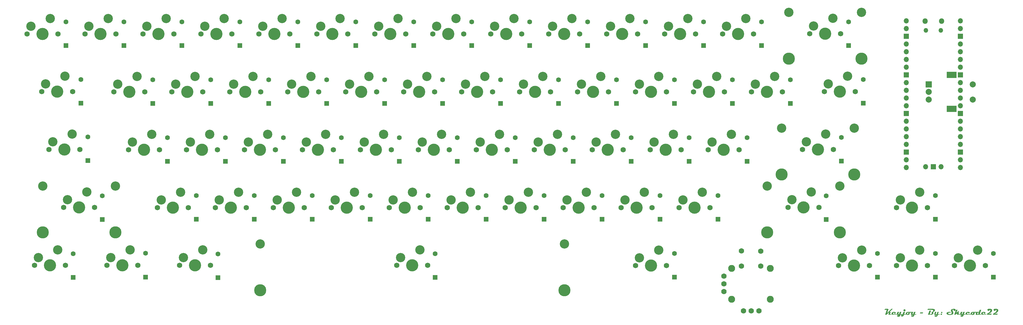
<source format=gbr>
G04 #@! TF.GenerationSoftware,KiCad,Pcbnew,7.0.6*
G04 #@! TF.CreationDate,2023-08-30T22:57:20-07:00*
G04 #@! TF.ProjectId,keyboard,6b657962-6f61-4726-942e-6b696361645f,rev?*
G04 #@! TF.SameCoordinates,Original*
G04 #@! TF.FileFunction,Soldermask,Top*
G04 #@! TF.FilePolarity,Negative*
%FSLAX46Y46*%
G04 Gerber Fmt 4.6, Leading zero omitted, Abs format (unit mm)*
G04 Created by KiCad (PCBNEW 7.0.6) date 2023-08-30 22:57:20*
%MOMM*%
%LPD*%
G01*
G04 APERTURE LIST*
%ADD10C,0.250000*%
%ADD11O,1.800000X1.800000*%
%ADD12O,1.500000X1.500000*%
%ADD13O,1.700000X1.700000*%
%ADD14R,1.700000X1.700000*%
%ADD15C,1.750000*%
%ADD16C,3.050000*%
%ADD17C,4.000000*%
%ADD18R,1.600000X1.600000*%
%ADD19C,1.600000*%
%ADD20C,3.048000*%
%ADD21C,3.987800*%
%ADD22C,1.778000*%
%ADD23C,2.286000*%
%ADD24R,2.000000X2.000000*%
%ADD25C,2.000000*%
%ADD26R,3.200000X2.000000*%
G04 APERTURE END LIST*
D10*
G36*
X443216917Y-259882124D02*
G01*
X442093399Y-260882543D01*
X442197935Y-260882543D01*
X442221182Y-260883224D01*
X442242930Y-260885268D01*
X442263177Y-260888674D01*
X442290736Y-260896337D01*
X442314920Y-260907066D01*
X442335730Y-260920861D01*
X442353165Y-260937721D01*
X442367226Y-260957646D01*
X442377912Y-260980637D01*
X442385223Y-261006693D01*
X442389160Y-261035815D01*
X442389910Y-261056932D01*
X442389000Y-261079166D01*
X442386851Y-261098639D01*
X442383438Y-261118970D01*
X442378760Y-261140160D01*
X442372819Y-261162209D01*
X442365613Y-261185116D01*
X442364021Y-261189800D01*
X442218452Y-261601594D01*
X442788515Y-261601594D01*
X442779567Y-261628094D01*
X442768479Y-261652885D01*
X442755250Y-261675966D01*
X442739880Y-261697337D01*
X442722369Y-261716999D01*
X442702717Y-261734951D01*
X442680924Y-261751193D01*
X442656990Y-261765725D01*
X442630915Y-261778548D01*
X442602699Y-261789661D01*
X442572343Y-261799064D01*
X442539845Y-261806758D01*
X442505206Y-261812742D01*
X442468427Y-261817016D01*
X442429506Y-261819581D01*
X442409243Y-261820222D01*
X442388445Y-261820436D01*
X441907775Y-261820436D01*
X441883818Y-261819852D01*
X441861407Y-261818100D01*
X441840541Y-261815180D01*
X441821221Y-261811093D01*
X441795139Y-261802773D01*
X441772535Y-261791825D01*
X441753408Y-261778249D01*
X441737759Y-261762046D01*
X441725587Y-261743216D01*
X441716893Y-261721758D01*
X441711677Y-261697672D01*
X441709938Y-261670959D01*
X441710904Y-261650866D01*
X441713802Y-261630155D01*
X441718632Y-261608826D01*
X441722150Y-261596709D01*
X441905332Y-261038858D01*
X441187747Y-261691475D01*
X441169379Y-261707092D01*
X441150668Y-261721700D01*
X441131613Y-261735302D01*
X441112215Y-261747895D01*
X441092473Y-261759482D01*
X441072388Y-261770060D01*
X441051959Y-261779632D01*
X441031187Y-261788195D01*
X441010072Y-261795752D01*
X440988613Y-261802300D01*
X440966810Y-261807842D01*
X440944664Y-261812375D01*
X440922175Y-261815902D01*
X440899342Y-261818420D01*
X440876166Y-261819932D01*
X440852646Y-261820436D01*
X440622081Y-261820436D01*
X441182374Y-260226018D01*
X440414474Y-260226018D01*
X440624523Y-259882124D01*
X441480350Y-259882124D01*
X441508802Y-259882832D01*
X441535419Y-259884956D01*
X441560200Y-259888496D01*
X441583146Y-259893451D01*
X441604255Y-259899822D01*
X441623530Y-259907609D01*
X441640968Y-259916812D01*
X441663684Y-259933272D01*
X441682270Y-259952917D01*
X441696726Y-259975747D01*
X441707051Y-260001763D01*
X441711640Y-260020877D01*
X441714394Y-260041407D01*
X441715312Y-260063352D01*
X441714644Y-260083216D01*
X441712640Y-260104034D01*
X441709301Y-260125806D01*
X441704626Y-260148532D01*
X441698615Y-260172212D01*
X441692845Y-260191843D01*
X441687956Y-260206967D01*
X441354321Y-261174169D01*
X442788515Y-259882124D01*
X443216917Y-259882124D01*
G37*
G36*
X444498215Y-261601594D02*
G01*
X444492158Y-261620978D01*
X444484796Y-261639564D01*
X444476130Y-261657351D01*
X444466158Y-261674340D01*
X444454881Y-261690530D01*
X444442298Y-261705922D01*
X444428411Y-261720515D01*
X444413218Y-261734309D01*
X444396720Y-261747305D01*
X444378917Y-261759503D01*
X444366323Y-261767191D01*
X444348872Y-261776706D01*
X444330958Y-261785286D01*
X444312579Y-261792929D01*
X444293737Y-261799637D01*
X444274432Y-261805408D01*
X444254662Y-261810244D01*
X444234429Y-261814144D01*
X444213733Y-261817108D01*
X444192572Y-261819136D01*
X444170948Y-261820228D01*
X444156275Y-261820436D01*
X443391306Y-261820436D01*
X443350223Y-261820041D01*
X443310444Y-261818857D01*
X443271970Y-261816885D01*
X443234800Y-261814123D01*
X443198934Y-261810573D01*
X443164372Y-261806233D01*
X443131114Y-261801105D01*
X443099161Y-261795187D01*
X443068512Y-261788480D01*
X443039167Y-261780985D01*
X443011126Y-261772700D01*
X442984390Y-261763626D01*
X442958957Y-261753763D01*
X442934829Y-261743112D01*
X442912006Y-261731671D01*
X442890486Y-261719441D01*
X442870271Y-261706422D01*
X442851359Y-261692614D01*
X442833752Y-261678018D01*
X442817450Y-261662632D01*
X442802451Y-261646457D01*
X442788757Y-261629493D01*
X442776367Y-261611740D01*
X442765281Y-261593198D01*
X442755499Y-261573867D01*
X442747022Y-261553747D01*
X442739849Y-261532838D01*
X442733980Y-261511140D01*
X442729415Y-261488653D01*
X442726154Y-261465377D01*
X442724198Y-261441312D01*
X442723546Y-261416458D01*
X442724437Y-261384472D01*
X442727110Y-261353359D01*
X442731566Y-261323121D01*
X442737804Y-261293756D01*
X442745824Y-261265266D01*
X442755626Y-261237649D01*
X442767210Y-261210906D01*
X442780577Y-261185038D01*
X442795725Y-261160043D01*
X442812656Y-261135922D01*
X442831370Y-261112675D01*
X442851865Y-261090302D01*
X442874143Y-261068803D01*
X442898203Y-261048178D01*
X442924045Y-261028427D01*
X442951669Y-261009549D01*
X442976505Y-260994170D01*
X443001922Y-260979782D01*
X443027918Y-260966387D01*
X443054495Y-260953984D01*
X443081652Y-260942573D01*
X443109389Y-260932155D01*
X443137706Y-260922729D01*
X443166603Y-260914295D01*
X443196080Y-260906853D01*
X443226137Y-260900403D01*
X443256774Y-260894946D01*
X443287991Y-260890481D01*
X443319789Y-260887008D01*
X443352166Y-260884527D01*
X443385124Y-260883039D01*
X443418661Y-260882543D01*
X443617963Y-260882543D01*
X443639596Y-260882759D01*
X443660897Y-260883405D01*
X443681865Y-260884484D01*
X443702502Y-260885993D01*
X443722806Y-260887933D01*
X443742779Y-260890305D01*
X443762420Y-260893108D01*
X443781728Y-260896343D01*
X443810068Y-260902003D01*
X443837662Y-260908633D01*
X443864508Y-260916234D01*
X443890607Y-260924805D01*
X443915959Y-260934346D01*
X443924244Y-260937742D01*
X443945571Y-260947262D01*
X443965590Y-260957381D01*
X443984299Y-260968099D01*
X444001699Y-260979416D01*
X444017791Y-260991332D01*
X444039474Y-261010330D01*
X444058211Y-261030676D01*
X444074003Y-261052370D01*
X444086850Y-261075413D01*
X444096752Y-261099803D01*
X444103709Y-261125542D01*
X444107720Y-261152628D01*
X444108403Y-261161957D01*
X444108320Y-261189904D01*
X444105506Y-261216957D01*
X444099962Y-261243118D01*
X444091688Y-261268386D01*
X444080682Y-261292760D01*
X444066947Y-261316242D01*
X444050480Y-261338831D01*
X444031283Y-261360526D01*
X444016968Y-261374494D01*
X444001440Y-261388065D01*
X443984698Y-261401238D01*
X443966742Y-261414015D01*
X443511962Y-261414015D01*
X443660462Y-261101385D01*
X443370301Y-261101385D01*
X443257949Y-261436486D01*
X443252387Y-261455723D01*
X443248952Y-261475392D01*
X443248180Y-261489242D01*
X443249751Y-261509321D01*
X443256735Y-261533020D01*
X443269306Y-261553208D01*
X443287464Y-261569885D01*
X443304749Y-261580089D01*
X443325176Y-261588318D01*
X443348747Y-261594572D01*
X443375460Y-261598851D01*
X443395014Y-261600606D01*
X443415966Y-261601484D01*
X443426965Y-261601594D01*
X444498215Y-261601594D01*
G37*
G36*
X444967649Y-261601594D02*
G01*
X445246575Y-261601594D01*
X445499122Y-260882543D01*
X445994935Y-260882543D01*
X445742388Y-261601594D01*
X446309519Y-261601594D01*
X446298832Y-261628094D01*
X446287042Y-261652885D01*
X446274148Y-261675966D01*
X446260152Y-261697337D01*
X446245053Y-261716999D01*
X446228851Y-261734951D01*
X446211546Y-261751193D01*
X446193138Y-261765725D01*
X446173627Y-261778548D01*
X446153013Y-261789661D01*
X446131297Y-261799064D01*
X446108477Y-261806758D01*
X446084555Y-261812742D01*
X446059529Y-261817016D01*
X446033401Y-261819581D01*
X446006170Y-261820436D01*
X445671069Y-261820436D01*
X445663577Y-261840241D01*
X445656061Y-261859724D01*
X445648522Y-261878885D01*
X445640958Y-261897723D01*
X445633371Y-261916239D01*
X445625760Y-261934432D01*
X445610466Y-261969851D01*
X445595077Y-262003980D01*
X445579592Y-262036819D01*
X445564012Y-262068369D01*
X445548337Y-262098628D01*
X445532566Y-262127598D01*
X445516700Y-262155277D01*
X445500738Y-262181667D01*
X445484681Y-262206767D01*
X445468528Y-262230576D01*
X445452281Y-262253096D01*
X445435937Y-262274326D01*
X445419499Y-262294267D01*
X445396131Y-262320175D01*
X445372070Y-262344413D01*
X445347313Y-262366978D01*
X445321862Y-262387873D01*
X445295717Y-262407095D01*
X445268877Y-262424647D01*
X445241342Y-262440526D01*
X445213113Y-262454734D01*
X445184190Y-262467271D01*
X445154571Y-262478136D01*
X445124259Y-262487329D01*
X445093251Y-262494851D01*
X445061549Y-262500701D01*
X445029153Y-262504880D01*
X444996062Y-262507388D01*
X444962276Y-262508223D01*
X444941090Y-262507838D01*
X444920518Y-262506682D01*
X444900561Y-262504754D01*
X444871777Y-262500418D01*
X444844375Y-262494347D01*
X444818356Y-262486542D01*
X444793720Y-262477002D01*
X444770466Y-262465728D01*
X444748594Y-262452719D01*
X444728105Y-262437976D01*
X444708998Y-262421498D01*
X444697028Y-262409549D01*
X444682537Y-262392808D01*
X444669471Y-262375191D01*
X444657830Y-262356698D01*
X444647615Y-262337330D01*
X444638825Y-262317085D01*
X444631460Y-262295965D01*
X444625521Y-262273969D01*
X444621008Y-262251097D01*
X444617919Y-262227349D01*
X444616256Y-262202725D01*
X444615940Y-262185823D01*
X444616356Y-262165637D01*
X444616589Y-262161887D01*
X444913916Y-262161887D01*
X444915160Y-262184281D01*
X444918892Y-262205545D01*
X444925113Y-262225680D01*
X444933822Y-262244685D01*
X444945019Y-262262561D01*
X444958704Y-262279307D01*
X444974877Y-262294923D01*
X444993539Y-262309410D01*
X445159624Y-261851699D01*
X445137230Y-261853317D01*
X445115233Y-261858171D01*
X445093633Y-261866262D01*
X445072429Y-261877588D01*
X445051623Y-261892151D01*
X445036279Y-261905197D01*
X445021158Y-261920064D01*
X445006260Y-261936750D01*
X444991585Y-261955258D01*
X444977705Y-261974671D01*
X444965190Y-261994075D01*
X444954040Y-262013471D01*
X444944255Y-262032858D01*
X444935836Y-262052237D01*
X444928782Y-262071607D01*
X444923094Y-262090968D01*
X444918770Y-262110321D01*
X444915812Y-262129666D01*
X444913992Y-262155445D01*
X444913916Y-262161887D01*
X444616589Y-262161887D01*
X444617605Y-262145563D01*
X444619688Y-262125600D01*
X444622603Y-262105749D01*
X444626351Y-262086010D01*
X444630932Y-262066382D01*
X444636346Y-262046866D01*
X444642593Y-262027462D01*
X444649672Y-262008169D01*
X444657585Y-261988988D01*
X444663323Y-261976262D01*
X444672465Y-261957628D01*
X444682122Y-261939826D01*
X444692294Y-261922858D01*
X444706659Y-261901528D01*
X444721939Y-261881680D01*
X444738135Y-261863312D01*
X444755248Y-261846425D01*
X444773276Y-261831019D01*
X444787398Y-261820436D01*
X444682862Y-261820436D01*
X444660743Y-261819565D01*
X444639570Y-261816955D01*
X444619344Y-261812604D01*
X444600064Y-261806514D01*
X444581730Y-261798683D01*
X444564343Y-261789111D01*
X444547903Y-261777800D01*
X444532409Y-261764748D01*
X444518441Y-261750391D01*
X444503600Y-261731222D01*
X444491670Y-261710692D01*
X444482649Y-261688803D01*
X444476538Y-261665555D01*
X444473744Y-261645977D01*
X444472813Y-261625530D01*
X444473895Y-261603707D01*
X444476673Y-261584114D01*
X444481161Y-261564338D01*
X444486491Y-261546884D01*
X444725849Y-260882543D01*
X445224593Y-260882543D01*
X444967649Y-261601594D01*
G37*
G36*
X446890817Y-261601594D02*
G01*
X447478466Y-261601594D01*
X447469461Y-261628094D01*
X447458568Y-261652885D01*
X447445785Y-261675966D01*
X447431113Y-261697337D01*
X447414552Y-261716999D01*
X447396102Y-261734951D01*
X447375764Y-261751193D01*
X447353536Y-261765725D01*
X447329418Y-261778548D01*
X447303412Y-261789661D01*
X447275517Y-261799064D01*
X447245733Y-261806758D01*
X447214060Y-261812742D01*
X447180497Y-261817016D01*
X447145046Y-261819581D01*
X447107705Y-261820436D01*
X446818033Y-261820436D01*
X446750622Y-262017784D01*
X446741671Y-262039456D01*
X446732037Y-262060511D01*
X446721719Y-262080947D01*
X446710719Y-262100765D01*
X446699035Y-262119965D01*
X446686669Y-262138547D01*
X446673619Y-262156510D01*
X446659886Y-262173855D01*
X446645470Y-262190582D01*
X446630371Y-262206690D01*
X446614588Y-262222181D01*
X446598123Y-262237053D01*
X446580974Y-262251307D01*
X446563143Y-262264942D01*
X446544628Y-262277960D01*
X446525430Y-262290359D01*
X446506290Y-262301598D01*
X446486725Y-262312112D01*
X446466737Y-262321900D01*
X446446326Y-262330964D01*
X446425491Y-262339303D01*
X446404232Y-262346916D01*
X446382550Y-262353805D01*
X446360444Y-262359968D01*
X446337915Y-262365406D01*
X446314962Y-262370119D01*
X446291585Y-262374107D01*
X446267784Y-262377370D01*
X446243561Y-262379908D01*
X446218913Y-262381721D01*
X446193842Y-262382808D01*
X446168347Y-262383171D01*
X446142969Y-262382226D01*
X446118493Y-262379393D01*
X446094918Y-262374670D01*
X446072245Y-262368058D01*
X446050474Y-262359558D01*
X446029604Y-262349168D01*
X446009636Y-262336889D01*
X445990569Y-262322721D01*
X445972404Y-262306664D01*
X445955140Y-262288718D01*
X445944132Y-262275704D01*
X445929903Y-262256680D01*
X445917073Y-262236978D01*
X445905642Y-262216598D01*
X445895612Y-262195539D01*
X445886981Y-262173802D01*
X445879749Y-262151386D01*
X445873918Y-262128293D01*
X445869485Y-262104520D01*
X445866453Y-262080070D01*
X445864945Y-262056863D01*
X446133665Y-262056863D01*
X446134504Y-262080104D01*
X446137023Y-262101712D01*
X446141221Y-262121686D01*
X446148830Y-262144357D01*
X446159062Y-262164476D01*
X446171918Y-262182043D01*
X446187398Y-262197058D01*
X446321732Y-261820436D01*
X446300673Y-261824679D01*
X446280729Y-261830572D01*
X446261900Y-261838113D01*
X446244185Y-261847302D01*
X446227584Y-261858140D01*
X446212097Y-261870627D01*
X446197725Y-261884763D01*
X446184467Y-261900547D01*
X446172560Y-261917629D01*
X446162241Y-261935413D01*
X446153509Y-261953899D01*
X446146365Y-261973087D01*
X446140809Y-261992978D01*
X446136840Y-262013571D01*
X446134458Y-262034865D01*
X446133665Y-262056863D01*
X445864945Y-262056863D01*
X445864820Y-262054941D01*
X445864509Y-262037812D01*
X445865116Y-262012210D01*
X445866936Y-261987307D01*
X445869970Y-261963102D01*
X445874218Y-261939595D01*
X445879679Y-261916787D01*
X445886353Y-261894678D01*
X445894242Y-261873266D01*
X445903344Y-261852553D01*
X445913659Y-261832539D01*
X445925188Y-261813223D01*
X445937931Y-261794605D01*
X445951887Y-261776686D01*
X445967057Y-261759464D01*
X445983440Y-261742942D01*
X446001037Y-261727118D01*
X446019847Y-261711992D01*
X446038183Y-261698623D01*
X446057163Y-261686117D01*
X446076788Y-261674474D01*
X446097059Y-261663693D01*
X446117974Y-261653774D01*
X446139534Y-261644718D01*
X446161739Y-261636524D01*
X446184589Y-261629193D01*
X446208084Y-261622725D01*
X446232224Y-261617119D01*
X446257009Y-261612375D01*
X446282439Y-261608494D01*
X446308514Y-261605475D01*
X446335234Y-261603319D01*
X446362598Y-261602025D01*
X446390608Y-261601594D01*
X446646086Y-260882543D01*
X447143365Y-260882543D01*
X446890817Y-261601594D01*
G37*
G36*
X447017228Y-260008022D02*
G01*
X447044200Y-260010560D01*
X447070408Y-260014789D01*
X447095852Y-260020709D01*
X447120531Y-260028321D01*
X447144446Y-260037625D01*
X447167598Y-260048620D01*
X447189984Y-260061307D01*
X447211607Y-260075685D01*
X447232466Y-260091755D01*
X447245947Y-260103408D01*
X447264977Y-260121712D01*
X447282136Y-260140720D01*
X447297424Y-260160432D01*
X447310839Y-260180849D01*
X447322382Y-260201969D01*
X447332054Y-260223793D01*
X447339853Y-260246322D01*
X447345781Y-260269554D01*
X447349837Y-260293491D01*
X447352020Y-260318132D01*
X447352436Y-260334951D01*
X447351501Y-260360240D01*
X447348693Y-260384816D01*
X447344013Y-260408680D01*
X447337461Y-260431831D01*
X447329038Y-260454269D01*
X447318742Y-260475995D01*
X447306575Y-260497008D01*
X447292536Y-260517308D01*
X447276625Y-260536896D01*
X447258842Y-260555771D01*
X447245947Y-260567958D01*
X447225598Y-260585069D01*
X447204484Y-260600496D01*
X447182607Y-260614240D01*
X447159965Y-260626302D01*
X447136560Y-260636680D01*
X447112390Y-260645376D01*
X447087455Y-260652388D01*
X447061757Y-260657717D01*
X447035294Y-260661364D01*
X447008067Y-260663327D01*
X446989492Y-260663701D01*
X446961319Y-260662860D01*
X446933953Y-260660335D01*
X446907394Y-260656128D01*
X446881643Y-260650237D01*
X446856699Y-260642664D01*
X446832562Y-260633408D01*
X446809232Y-260622468D01*
X446786709Y-260609846D01*
X446764993Y-260595540D01*
X446744085Y-260579552D01*
X446730594Y-260567958D01*
X446711563Y-260549558D01*
X446694404Y-260530446D01*
X446679117Y-260510621D01*
X446665702Y-260490083D01*
X446654159Y-260468832D01*
X446644487Y-260446869D01*
X446636688Y-260424193D01*
X446630760Y-260400804D01*
X446626704Y-260376703D01*
X446624520Y-260351889D01*
X446624104Y-260334951D01*
X446625040Y-260309840D01*
X446627848Y-260285434D01*
X446632528Y-260261732D01*
X446639079Y-260238734D01*
X446647503Y-260216440D01*
X446657798Y-260194851D01*
X446669966Y-260173965D01*
X446684005Y-260153783D01*
X446699916Y-260134306D01*
X446717699Y-260115533D01*
X446730594Y-260103408D01*
X446750965Y-260086211D01*
X446772142Y-260070705D01*
X446794127Y-260056890D01*
X446816919Y-260044767D01*
X446840518Y-260034336D01*
X446864924Y-260025596D01*
X446890137Y-260018548D01*
X446916158Y-260013191D01*
X446942985Y-260009526D01*
X446970620Y-260007553D01*
X446989492Y-260007177D01*
X447017228Y-260008022D01*
G37*
G36*
X449797367Y-260909043D02*
G01*
X449787896Y-260933834D01*
X449776713Y-260956915D01*
X449763816Y-260978286D01*
X449749205Y-260997948D01*
X449732881Y-261015900D01*
X449714843Y-261032142D01*
X449695092Y-261046674D01*
X449673627Y-261059497D01*
X449650449Y-261070610D01*
X449625557Y-261080013D01*
X449598952Y-261087707D01*
X449570633Y-261093691D01*
X449540600Y-261097965D01*
X449508855Y-261100530D01*
X449475395Y-261101385D01*
X448615172Y-261101385D01*
X448631624Y-261114728D01*
X448646908Y-261131678D01*
X448658753Y-261148558D01*
X448669787Y-261167943D01*
X448680010Y-261189831D01*
X448687604Y-261209146D01*
X448689422Y-261214225D01*
X448696093Y-261234291D01*
X448701695Y-261253701D01*
X448707195Y-261277040D01*
X448711026Y-261299353D01*
X448713187Y-261320641D01*
X448713678Y-261340903D01*
X448712869Y-261356374D01*
X448709849Y-261385168D01*
X448705549Y-261413176D01*
X448699972Y-261440397D01*
X448693116Y-261466833D01*
X448684982Y-261492482D01*
X448675569Y-261517345D01*
X448664877Y-261541422D01*
X448652907Y-261564713D01*
X448639659Y-261587218D01*
X448625132Y-261608936D01*
X448609327Y-261629869D01*
X448592244Y-261650015D01*
X448573882Y-261669375D01*
X448554241Y-261687949D01*
X448533322Y-261705737D01*
X448511125Y-261722738D01*
X448488860Y-261738183D01*
X448465787Y-261752643D01*
X448441905Y-261766118D01*
X448417213Y-261778609D01*
X448391713Y-261790115D01*
X448365403Y-261800637D01*
X448338285Y-261810173D01*
X448310357Y-261818726D01*
X448281620Y-261826294D01*
X448252074Y-261832877D01*
X448221720Y-261838475D01*
X448190556Y-261843089D01*
X448158583Y-261846718D01*
X448125801Y-261849363D01*
X448092210Y-261851023D01*
X448057810Y-261851699D01*
X448037684Y-261851750D01*
X448017851Y-261851536D01*
X447998311Y-261851059D01*
X447960110Y-261849311D01*
X447923081Y-261846506D01*
X447887223Y-261842644D01*
X447852537Y-261837725D01*
X447819022Y-261831748D01*
X447786679Y-261824715D01*
X447755507Y-261816624D01*
X447725507Y-261807477D01*
X447696679Y-261797272D01*
X447669022Y-261786010D01*
X447642537Y-261773691D01*
X447617224Y-261760315D01*
X447593082Y-261745882D01*
X447570112Y-261730391D01*
X447559066Y-261722250D01*
X447540255Y-261707309D01*
X447522658Y-261691796D01*
X447506275Y-261675710D01*
X447491105Y-261659052D01*
X447477149Y-261641821D01*
X447464407Y-261624018D01*
X447452878Y-261605643D01*
X447442562Y-261586695D01*
X447433460Y-261567175D01*
X447425572Y-261547082D01*
X447418897Y-261526417D01*
X447415367Y-261512690D01*
X447859485Y-261512690D01*
X447861417Y-261534165D01*
X447867213Y-261553528D01*
X447876873Y-261570778D01*
X447890397Y-261585917D01*
X447907785Y-261598943D01*
X447929037Y-261609856D01*
X447954153Y-261618658D01*
X447983133Y-261625347D01*
X448004599Y-261628632D01*
X448027783Y-261630979D01*
X448052685Y-261632388D01*
X448079303Y-261632857D01*
X448099526Y-261632615D01*
X448119855Y-261631735D01*
X448124732Y-261631392D01*
X448307426Y-261101385D01*
X447992841Y-261101385D01*
X447869254Y-261459445D01*
X447863692Y-261478298D01*
X447860257Y-261498208D01*
X447859485Y-261512690D01*
X447415367Y-261512690D01*
X447413436Y-261505179D01*
X447409189Y-261483369D01*
X447406155Y-261460986D01*
X447404334Y-261438031D01*
X447403727Y-261414504D01*
X447404268Y-261393346D01*
X447405891Y-261372189D01*
X447408596Y-261351031D01*
X447410566Y-261339277D01*
X447415550Y-261313372D01*
X447421588Y-261288169D01*
X447428678Y-261263669D01*
X447436822Y-261239870D01*
X447446020Y-261216774D01*
X447456270Y-261194380D01*
X447467574Y-261172688D01*
X447479931Y-261151699D01*
X447493342Y-261131411D01*
X447507805Y-261111826D01*
X447523322Y-261092943D01*
X447539893Y-261074762D01*
X447557516Y-261057283D01*
X447576193Y-261040507D01*
X447595924Y-261024433D01*
X447616707Y-261009061D01*
X447639834Y-260993740D01*
X447663907Y-260979408D01*
X447688927Y-260966064D01*
X447714893Y-260953709D01*
X447741805Y-260942342D01*
X447769664Y-260931964D01*
X447798470Y-260922574D01*
X447828222Y-260914172D01*
X447858920Y-260906759D01*
X447890565Y-260900335D01*
X447923156Y-260894898D01*
X447956693Y-260890450D01*
X447991177Y-260886991D01*
X448026608Y-260884520D01*
X448062985Y-260883037D01*
X448100308Y-260882543D01*
X449805123Y-260882543D01*
X449797367Y-260909043D01*
G37*
G36*
X449578954Y-261601594D02*
G01*
X449857880Y-261601594D01*
X450110427Y-260882543D01*
X450606240Y-260882543D01*
X450353693Y-261601594D01*
X450920824Y-261601594D01*
X450910137Y-261628094D01*
X450898346Y-261652885D01*
X450885453Y-261675966D01*
X450871457Y-261697337D01*
X450856358Y-261716999D01*
X450840156Y-261734951D01*
X450822851Y-261751193D01*
X450804443Y-261765725D01*
X450784932Y-261778548D01*
X450764318Y-261789661D01*
X450742602Y-261799064D01*
X450719782Y-261806758D01*
X450695860Y-261812742D01*
X450670834Y-261817016D01*
X450644706Y-261819581D01*
X450617475Y-261820436D01*
X450282374Y-261820436D01*
X450274882Y-261840241D01*
X450267366Y-261859724D01*
X450259826Y-261878885D01*
X450252263Y-261897723D01*
X450244676Y-261916239D01*
X450237065Y-261934432D01*
X450221771Y-261969851D01*
X450206382Y-262003980D01*
X450190897Y-262036819D01*
X450175317Y-262068369D01*
X450159642Y-262098628D01*
X450143871Y-262127598D01*
X450128005Y-262155277D01*
X450112043Y-262181667D01*
X450095986Y-262206767D01*
X450079833Y-262230576D01*
X450063585Y-262253096D01*
X450047242Y-262274326D01*
X450030804Y-262294267D01*
X450007436Y-262320175D01*
X449983375Y-262344413D01*
X449958618Y-262366978D01*
X449933167Y-262387873D01*
X449907022Y-262407095D01*
X449880182Y-262424647D01*
X449852647Y-262440526D01*
X449824418Y-262454734D01*
X449795495Y-262467271D01*
X449765876Y-262478136D01*
X449735564Y-262487329D01*
X449704556Y-262494851D01*
X449672854Y-262500701D01*
X449640458Y-262504880D01*
X449607367Y-262507388D01*
X449573581Y-262508223D01*
X449552395Y-262507838D01*
X449531823Y-262506682D01*
X449511866Y-262504754D01*
X449483082Y-262500418D01*
X449455680Y-262494347D01*
X449429661Y-262486542D01*
X449405025Y-262477002D01*
X449381771Y-262465728D01*
X449359899Y-262452719D01*
X449339410Y-262437976D01*
X449320303Y-262421498D01*
X449308333Y-262409549D01*
X449293842Y-262392808D01*
X449280776Y-262375191D01*
X449269135Y-262356698D01*
X449258920Y-262337330D01*
X449250130Y-262317085D01*
X449242765Y-262295965D01*
X449236826Y-262273969D01*
X449232313Y-262251097D01*
X449229224Y-262227349D01*
X449227561Y-262202725D01*
X449227245Y-262185823D01*
X449227661Y-262165637D01*
X449227894Y-262161887D01*
X449525221Y-262161887D01*
X449526465Y-262184281D01*
X449530197Y-262205545D01*
X449536418Y-262225680D01*
X449545127Y-262244685D01*
X449556324Y-262262561D01*
X449570009Y-262279307D01*
X449586182Y-262294923D01*
X449604844Y-262309410D01*
X449770929Y-261851699D01*
X449748535Y-261853317D01*
X449726538Y-261858171D01*
X449704938Y-261866262D01*
X449683734Y-261877588D01*
X449662928Y-261892151D01*
X449647584Y-261905197D01*
X449632463Y-261920064D01*
X449617565Y-261936750D01*
X449602890Y-261955258D01*
X449589010Y-261974671D01*
X449576495Y-261994075D01*
X449565345Y-262013471D01*
X449555560Y-262032858D01*
X449547141Y-262052237D01*
X449540087Y-262071607D01*
X449534399Y-262090968D01*
X449530075Y-262110321D01*
X449527117Y-262129666D01*
X449525297Y-262155445D01*
X449525221Y-262161887D01*
X449227894Y-262161887D01*
X449228910Y-262145563D01*
X449230993Y-262125600D01*
X449233908Y-262105749D01*
X449237656Y-262086010D01*
X449242237Y-262066382D01*
X449247651Y-262046866D01*
X449253898Y-262027462D01*
X449260977Y-262008169D01*
X449268890Y-261988988D01*
X449274628Y-261976262D01*
X449283770Y-261957628D01*
X449293427Y-261939826D01*
X449303599Y-261922858D01*
X449317964Y-261901528D01*
X449333244Y-261881680D01*
X449349440Y-261863312D01*
X449366553Y-261846425D01*
X449384581Y-261831019D01*
X449398703Y-261820436D01*
X449294167Y-261820436D01*
X449272048Y-261819565D01*
X449250875Y-261816955D01*
X449230649Y-261812604D01*
X449211369Y-261806514D01*
X449193035Y-261798683D01*
X449175648Y-261789111D01*
X449159208Y-261777800D01*
X449143713Y-261764748D01*
X449129746Y-261750391D01*
X449114905Y-261731222D01*
X449102975Y-261710692D01*
X449093954Y-261688803D01*
X449087843Y-261665555D01*
X449085049Y-261645977D01*
X449084118Y-261625530D01*
X449085200Y-261603707D01*
X449087978Y-261584114D01*
X449092466Y-261564338D01*
X449097796Y-261546884D01*
X449337154Y-260882543D01*
X449835898Y-260882543D01*
X449578954Y-261601594D01*
G37*
G36*
X453085793Y-261007595D02*
G01*
X452965137Y-261351489D01*
X452038968Y-261351489D01*
X452159624Y-261007595D01*
X453085793Y-261007595D01*
G37*
G36*
X456977559Y-260315900D02*
G01*
X456976727Y-260341137D01*
X456974231Y-260366168D01*
X456970071Y-260390993D01*
X456964247Y-260415612D01*
X456956760Y-260440025D01*
X456947608Y-260464231D01*
X456936793Y-260488232D01*
X456924314Y-260512027D01*
X456910170Y-260535615D01*
X456894363Y-260558998D01*
X456876892Y-260582174D01*
X456857757Y-260605144D01*
X456836959Y-260627908D01*
X456814496Y-260650466D01*
X456790369Y-260672819D01*
X456764579Y-260694964D01*
X456748121Y-260708301D01*
X456730621Y-260721808D01*
X456712080Y-260735488D01*
X456692497Y-260749339D01*
X456671871Y-260763362D01*
X456650204Y-260777557D01*
X456627496Y-260791923D01*
X456603745Y-260806461D01*
X456578952Y-260821171D01*
X456553118Y-260836053D01*
X456526242Y-260851106D01*
X456498324Y-260866331D01*
X456469364Y-260881728D01*
X456439362Y-260897297D01*
X456408318Y-260913037D01*
X456376233Y-260928949D01*
X456389010Y-260951713D01*
X456400962Y-260974210D01*
X456412091Y-260996440D01*
X456422395Y-261018403D01*
X456431874Y-261040099D01*
X456440530Y-261061527D01*
X456448361Y-261082689D01*
X456455367Y-261103583D01*
X456461550Y-261124210D01*
X456466908Y-261144570D01*
X456471442Y-261164663D01*
X456475151Y-261184488D01*
X456478036Y-261204047D01*
X456480818Y-261232884D01*
X456481746Y-261261119D01*
X456480200Y-261298903D01*
X456475563Y-261335438D01*
X456467835Y-261370725D01*
X456457016Y-261404765D01*
X456443106Y-261437556D01*
X456426104Y-261469100D01*
X456406011Y-261499395D01*
X456382827Y-261528443D01*
X456356552Y-261556243D01*
X456342255Y-261569675D01*
X456327186Y-261582795D01*
X456311343Y-261595603D01*
X456294728Y-261608099D01*
X456277340Y-261620283D01*
X456259179Y-261632155D01*
X456240246Y-261643715D01*
X456220539Y-261654963D01*
X456200060Y-261665899D01*
X456178808Y-261676523D01*
X456156783Y-261686835D01*
X456133986Y-261696835D01*
X456110415Y-261706523D01*
X456086072Y-261715900D01*
X456050352Y-261728558D01*
X456013898Y-261740400D01*
X455976712Y-261751425D01*
X455957845Y-261756632D01*
X455938794Y-261761634D01*
X455919560Y-261766432D01*
X455900142Y-261771026D01*
X455880542Y-261775416D01*
X455860758Y-261779601D01*
X455840791Y-261783582D01*
X455820641Y-261787360D01*
X455800308Y-261790933D01*
X455779792Y-261794302D01*
X455759092Y-261797466D01*
X455738209Y-261800427D01*
X455717143Y-261803183D01*
X455695894Y-261805735D01*
X455674462Y-261808083D01*
X455652846Y-261810227D01*
X455631048Y-261812167D01*
X455609066Y-261813902D01*
X455586901Y-261815433D01*
X455564553Y-261816760D01*
X455542021Y-261817883D01*
X455519307Y-261818802D01*
X455496409Y-261819517D01*
X455473328Y-261820027D01*
X455450064Y-261820333D01*
X455426616Y-261820436D01*
X454712450Y-261820436D01*
X455208263Y-260413597D01*
X455702611Y-260413597D01*
X455281048Y-261601594D01*
X455350901Y-261601594D01*
X455380655Y-261601378D01*
X455409832Y-261600731D01*
X455438434Y-261599653D01*
X455466459Y-261598144D01*
X455493907Y-261596203D01*
X455520780Y-261593832D01*
X455547076Y-261591028D01*
X455572796Y-261587794D01*
X455597939Y-261584129D01*
X455622507Y-261580032D01*
X455646498Y-261575504D01*
X455669913Y-261570545D01*
X455692752Y-261565154D01*
X455715014Y-261559332D01*
X455736700Y-261553079D01*
X455757810Y-261546395D01*
X455787564Y-261535417D01*
X455815398Y-261523612D01*
X455841312Y-261510978D01*
X455865307Y-261497516D01*
X455887383Y-261483226D01*
X455907538Y-261468108D01*
X455925774Y-261452161D01*
X455942091Y-261435387D01*
X455956488Y-261417784D01*
X455968965Y-261399353D01*
X455979523Y-261380094D01*
X455988161Y-261360007D01*
X455994880Y-261339092D01*
X455999679Y-261317349D01*
X456002558Y-261294777D01*
X456003518Y-261271378D01*
X456002170Y-261251852D01*
X455998128Y-261231135D01*
X455991389Y-261209224D01*
X455984058Y-261190838D01*
X455975002Y-261171687D01*
X455964221Y-261151774D01*
X455951715Y-261131097D01*
X455948319Y-261125809D01*
X455935496Y-261105285D01*
X455924383Y-261086211D01*
X455914980Y-261068587D01*
X455905630Y-261048597D01*
X455897936Y-261027600D01*
X455893823Y-261007227D01*
X455893609Y-261002222D01*
X455894754Y-260982186D01*
X455896540Y-260974378D01*
X455907402Y-260955509D01*
X455922891Y-260936759D01*
X455938614Y-260921845D01*
X455957299Y-260907007D01*
X455978945Y-260892246D01*
X455997123Y-260881225D01*
X456016967Y-260870247D01*
X456038476Y-260859312D01*
X456046016Y-260855676D01*
X456066790Y-260845527D01*
X456086858Y-260835473D01*
X456106220Y-260825514D01*
X456124876Y-260815651D01*
X456142826Y-260805883D01*
X456160070Y-260796211D01*
X456184612Y-260781881D01*
X456207566Y-260767766D01*
X456228931Y-260753866D01*
X456248707Y-260740180D01*
X456266895Y-260726709D01*
X456283495Y-260713452D01*
X456293679Y-260704734D01*
X456309650Y-260690244D01*
X456324591Y-260675471D01*
X456338501Y-260660416D01*
X456351381Y-260645078D01*
X456363231Y-260629458D01*
X456379073Y-260605498D01*
X456392597Y-260580903D01*
X456403803Y-260555673D01*
X456412690Y-260529807D01*
X456419259Y-260503305D01*
X456423509Y-260476169D01*
X456425441Y-260448397D01*
X456425570Y-260438998D01*
X456424308Y-260413207D01*
X456420525Y-260389081D01*
X456414218Y-260366618D01*
X456405389Y-260345819D01*
X456394038Y-260326684D01*
X456380163Y-260309213D01*
X456363767Y-260293406D01*
X456344847Y-260279263D01*
X456323406Y-260266784D01*
X456299441Y-260255968D01*
X456272954Y-260246817D01*
X456243945Y-260239329D01*
X456212413Y-260233506D01*
X456178358Y-260229346D01*
X456141781Y-260226850D01*
X456102681Y-260226018D01*
X454495074Y-260226018D01*
X454706589Y-259882124D01*
X456309799Y-259882124D01*
X456329397Y-259882208D01*
X456367667Y-259882876D01*
X456404700Y-259884211D01*
X456440497Y-259886215D01*
X456475058Y-259888886D01*
X456508381Y-259892226D01*
X456540469Y-259896233D01*
X456571320Y-259900908D01*
X456600934Y-259906250D01*
X456629312Y-259912261D01*
X456656454Y-259918940D01*
X456682359Y-259926286D01*
X456707027Y-259934300D01*
X456730459Y-259942982D01*
X456752655Y-259952332D01*
X456773614Y-259962350D01*
X456783630Y-259967609D01*
X456807113Y-259981220D01*
X456829082Y-259995919D01*
X456849535Y-260011705D01*
X456868474Y-260028578D01*
X456885897Y-260046540D01*
X456901805Y-260065589D01*
X456916198Y-260085725D01*
X456929076Y-260106950D01*
X456940439Y-260129262D01*
X456950287Y-260152661D01*
X456958620Y-260177149D01*
X456965438Y-260202724D01*
X456970741Y-260229386D01*
X456974528Y-260257136D01*
X456976801Y-260285974D01*
X456977559Y-260315900D01*
G37*
G36*
X457257949Y-261601594D02*
G01*
X457536875Y-261601594D01*
X457789422Y-260882543D01*
X458285235Y-260882543D01*
X458032688Y-261601594D01*
X458599820Y-261601594D01*
X458589132Y-261628094D01*
X458577342Y-261652885D01*
X458564448Y-261675966D01*
X458550452Y-261697337D01*
X458535353Y-261716999D01*
X458519151Y-261734951D01*
X458501846Y-261751193D01*
X458483438Y-261765725D01*
X458463927Y-261778548D01*
X458443313Y-261789661D01*
X458421597Y-261799064D01*
X458398777Y-261806758D01*
X458374855Y-261812742D01*
X458349829Y-261817016D01*
X458323701Y-261819581D01*
X458296470Y-261820436D01*
X457961369Y-261820436D01*
X457953877Y-261840241D01*
X457946361Y-261859724D01*
X457938822Y-261878885D01*
X457931258Y-261897723D01*
X457923671Y-261916239D01*
X457916060Y-261934432D01*
X457900766Y-261969851D01*
X457885377Y-262003980D01*
X457869892Y-262036819D01*
X457854312Y-262068369D01*
X457838637Y-262098628D01*
X457822866Y-262127598D01*
X457807000Y-262155277D01*
X457791038Y-262181667D01*
X457774981Y-262206767D01*
X457758828Y-262230576D01*
X457742581Y-262253096D01*
X457726237Y-262274326D01*
X457709799Y-262294267D01*
X457686431Y-262320175D01*
X457662370Y-262344413D01*
X457637613Y-262366978D01*
X457612163Y-262387873D01*
X457586017Y-262407095D01*
X457559177Y-262424647D01*
X457531643Y-262440526D01*
X457503413Y-262454734D01*
X457474490Y-262467271D01*
X457444871Y-262478136D01*
X457414559Y-262487329D01*
X457383551Y-262494851D01*
X457351849Y-262500701D01*
X457319453Y-262504880D01*
X457286362Y-262507388D01*
X457252576Y-262508223D01*
X457231390Y-262507838D01*
X457210818Y-262506682D01*
X457190861Y-262504754D01*
X457162077Y-262500418D01*
X457134675Y-262494347D01*
X457108656Y-262486542D01*
X457084020Y-262477002D01*
X457060766Y-262465728D01*
X457038894Y-262452719D01*
X457018405Y-262437976D01*
X456999298Y-262421498D01*
X456987328Y-262409549D01*
X456972837Y-262392808D01*
X456959771Y-262375191D01*
X456948130Y-262356698D01*
X456937915Y-262337330D01*
X456929125Y-262317085D01*
X456921761Y-262295965D01*
X456915821Y-262273969D01*
X456911308Y-262251097D01*
X456908219Y-262227349D01*
X456906556Y-262202725D01*
X456906240Y-262185823D01*
X456906656Y-262165637D01*
X456906889Y-262161887D01*
X457204216Y-262161887D01*
X457205460Y-262184281D01*
X457209192Y-262205545D01*
X457215413Y-262225680D01*
X457224122Y-262244685D01*
X457235319Y-262262561D01*
X457249004Y-262279307D01*
X457265177Y-262294923D01*
X457283839Y-262309410D01*
X457449924Y-261851699D01*
X457427530Y-261853317D01*
X457405533Y-261858171D01*
X457383933Y-261866262D01*
X457362730Y-261877588D01*
X457341923Y-261892151D01*
X457326579Y-261905197D01*
X457311458Y-261920064D01*
X457296560Y-261936750D01*
X457281885Y-261955258D01*
X457268005Y-261974671D01*
X457255490Y-261994075D01*
X457244340Y-262013471D01*
X457234555Y-262032858D01*
X457226136Y-262052237D01*
X457219082Y-262071607D01*
X457213394Y-262090968D01*
X457209070Y-262110321D01*
X457206112Y-262129666D01*
X457204292Y-262155445D01*
X457204216Y-262161887D01*
X456906889Y-262161887D01*
X456907905Y-262145563D01*
X456909988Y-262125600D01*
X456912903Y-262105749D01*
X456916651Y-262086010D01*
X456921232Y-262066382D01*
X456926646Y-262046866D01*
X456932893Y-262027462D01*
X456939972Y-262008169D01*
X456947885Y-261988988D01*
X456953623Y-261976262D01*
X456962765Y-261957628D01*
X456972422Y-261939826D01*
X456982594Y-261922858D01*
X456996959Y-261901528D01*
X457012239Y-261881680D01*
X457028435Y-261863312D01*
X457045548Y-261846425D01*
X457063576Y-261831019D01*
X457077698Y-261820436D01*
X456973162Y-261820436D01*
X456951043Y-261819565D01*
X456929870Y-261816955D01*
X456909644Y-261812604D01*
X456890364Y-261806514D01*
X456872030Y-261798683D01*
X456854643Y-261789111D01*
X456838203Y-261777800D01*
X456822709Y-261764748D01*
X456808741Y-261750391D01*
X456793900Y-261731222D01*
X456781970Y-261710692D01*
X456772949Y-261688803D01*
X456766838Y-261665555D01*
X456764045Y-261645977D01*
X456763113Y-261625530D01*
X456764195Y-261603707D01*
X456766974Y-261584114D01*
X456771461Y-261564338D01*
X456776791Y-261546884D01*
X457016149Y-260882543D01*
X457514893Y-260882543D01*
X457257949Y-261601594D01*
G37*
G36*
X459460043Y-261070121D02*
G01*
X459458936Y-261092309D01*
X459455616Y-261113688D01*
X459450082Y-261134258D01*
X459442335Y-261154019D01*
X459432375Y-261172971D01*
X459420201Y-261191113D01*
X459405813Y-261208447D01*
X459389212Y-261224971D01*
X459371047Y-261239969D01*
X459351965Y-261252968D01*
X459331968Y-261263966D01*
X459311055Y-261272965D01*
X459289226Y-261279964D01*
X459266480Y-261284964D01*
X459242819Y-261287963D01*
X459218242Y-261288963D01*
X459194261Y-261287963D01*
X459171165Y-261284964D01*
X459148954Y-261279964D01*
X459127628Y-261272965D01*
X459107188Y-261263966D01*
X459087634Y-261252968D01*
X459068964Y-261239969D01*
X459051180Y-261224971D01*
X459034923Y-261208447D01*
X459020833Y-261191113D01*
X459008911Y-261172971D01*
X458999157Y-261154019D01*
X458991570Y-261134258D01*
X458986151Y-261113688D01*
X458982899Y-261092309D01*
X458981815Y-261070121D01*
X458982907Y-261047941D01*
X458986181Y-261026585D01*
X458991639Y-261006054D01*
X458999279Y-260986346D01*
X459009102Y-260967463D01*
X459021108Y-260949404D01*
X459035297Y-260932170D01*
X459051669Y-260915760D01*
X459069697Y-260900647D01*
X459088611Y-260887550D01*
X459108409Y-260876467D01*
X459129094Y-260867400D01*
X459150664Y-260860347D01*
X459173119Y-260855310D01*
X459196459Y-260852287D01*
X459220685Y-260851280D01*
X459245018Y-260852287D01*
X459268434Y-260855310D01*
X459290935Y-260860347D01*
X459312520Y-260867400D01*
X459333189Y-260876467D01*
X459352942Y-260887550D01*
X459371780Y-260900647D01*
X459389701Y-260915760D01*
X459406187Y-260932170D01*
X459420476Y-260949404D01*
X459432566Y-260967463D01*
X459442457Y-260986346D01*
X459450151Y-261006054D01*
X459455646Y-261026585D01*
X459458944Y-261047941D01*
X459460043Y-261070121D01*
G37*
G36*
X459330594Y-261632857D02*
G01*
X459329495Y-261655045D01*
X459326198Y-261676424D01*
X459320702Y-261696994D01*
X459313009Y-261716754D01*
X459303117Y-261735706D01*
X459291027Y-261753849D01*
X459276739Y-261771182D01*
X459260252Y-261787707D01*
X459242331Y-261802705D01*
X459223494Y-261815703D01*
X459203741Y-261826702D01*
X459183071Y-261835701D01*
X459161487Y-261842700D01*
X459138986Y-261847699D01*
X459115569Y-261850699D01*
X459091236Y-261851699D01*
X459066682Y-261850699D01*
X459043090Y-261847699D01*
X459020459Y-261842700D01*
X458998790Y-261835701D01*
X458978083Y-261826702D01*
X458958338Y-261815703D01*
X458939554Y-261802705D01*
X458921732Y-261787707D01*
X458905474Y-261771182D01*
X458891384Y-261753849D01*
X458879462Y-261735706D01*
X458869708Y-261716754D01*
X458862121Y-261696994D01*
X458856702Y-261676424D01*
X458853450Y-261655045D01*
X458852367Y-261632857D01*
X458853450Y-261610677D01*
X458856702Y-261589321D01*
X458862121Y-261568789D01*
X458869708Y-261549082D01*
X458879462Y-261530199D01*
X458891384Y-261512140D01*
X458905474Y-261494906D01*
X458921732Y-261478496D01*
X458939554Y-261463383D01*
X458958338Y-261450285D01*
X458978083Y-261439203D01*
X458998790Y-261430135D01*
X459020459Y-261423083D01*
X459043090Y-261418045D01*
X459066682Y-261415023D01*
X459091236Y-261414015D01*
X459115569Y-261415023D01*
X459138986Y-261418045D01*
X459161487Y-261423083D01*
X459183071Y-261430135D01*
X459203741Y-261439203D01*
X459223494Y-261450285D01*
X459242331Y-261463383D01*
X459260252Y-261478496D01*
X459276739Y-261494906D01*
X459291027Y-261512140D01*
X459303117Y-261530199D01*
X459313009Y-261549082D01*
X459320702Y-261568789D01*
X459326198Y-261589321D01*
X459329495Y-261610677D01*
X459330594Y-261632857D01*
G37*
G36*
X463803658Y-260212341D02*
G01*
X463802709Y-260237364D01*
X463799862Y-260261691D01*
X463795118Y-260285323D01*
X463788476Y-260308259D01*
X463779937Y-260330500D01*
X463769500Y-260352046D01*
X463757165Y-260372895D01*
X463742933Y-260393050D01*
X463726803Y-260412509D01*
X463708775Y-260431272D01*
X463695702Y-260443394D01*
X463675083Y-260460417D01*
X463653708Y-260475766D01*
X463631577Y-260489440D01*
X463608691Y-260501440D01*
X463585049Y-260511766D01*
X463560651Y-260520417D01*
X463535498Y-260527393D01*
X463509589Y-260532696D01*
X463482925Y-260536323D01*
X463455505Y-260538277D01*
X463436805Y-260538649D01*
X463408885Y-260537825D01*
X463381730Y-260535352D01*
X463355339Y-260531230D01*
X463329712Y-260525460D01*
X463304849Y-260518041D01*
X463280751Y-260508974D01*
X463257417Y-260498257D01*
X463234847Y-260485893D01*
X463213041Y-260471879D01*
X463191999Y-260456217D01*
X463178396Y-260444860D01*
X463159278Y-260426931D01*
X463142040Y-260408315D01*
X463126683Y-260389012D01*
X463113206Y-260369022D01*
X463101610Y-260348346D01*
X463091894Y-260326982D01*
X463084059Y-260304932D01*
X463078104Y-260282194D01*
X463074029Y-260258770D01*
X463071835Y-260234658D01*
X463071418Y-260218202D01*
X463072467Y-260197108D01*
X463074818Y-260177553D01*
X463078512Y-260155617D01*
X463082164Y-260137602D01*
X463060663Y-260135776D01*
X463039573Y-260134123D01*
X463018776Y-260132754D01*
X463004007Y-260132229D01*
X462978689Y-260132904D01*
X462955005Y-260134931D01*
X462932955Y-260138308D01*
X462912538Y-260143037D01*
X462893754Y-260149116D01*
X462868641Y-260160768D01*
X462847203Y-260175460D01*
X462829440Y-260193191D01*
X462815352Y-260213963D01*
X462804939Y-260237773D01*
X462798201Y-260264624D01*
X462795751Y-260284213D01*
X462794935Y-260305153D01*
X462796858Y-260330699D01*
X462800825Y-260354377D01*
X462806956Y-260381927D01*
X462812245Y-260402445D01*
X462818497Y-260424685D01*
X462825709Y-260448646D01*
X462833884Y-260474327D01*
X462843020Y-260501730D01*
X462853118Y-260530854D01*
X462864178Y-260561699D01*
X462876199Y-260594266D01*
X462889182Y-260628553D01*
X462903127Y-260664562D01*
X462910460Y-260683212D01*
X462918033Y-260702292D01*
X462925607Y-260721426D01*
X462932940Y-260740298D01*
X462940032Y-260758909D01*
X462946884Y-260777259D01*
X462959867Y-260813174D01*
X462971889Y-260848044D01*
X462982948Y-260881867D01*
X462993046Y-260914646D01*
X463002182Y-260946378D01*
X463010357Y-260977065D01*
X463017570Y-261006706D01*
X463023821Y-261035302D01*
X463029110Y-261062851D01*
X463033438Y-261089356D01*
X463036804Y-261114814D01*
X463039208Y-261139227D01*
X463040651Y-261162594D01*
X463041131Y-261184916D01*
X463040725Y-261208089D01*
X463039506Y-261230896D01*
X463037474Y-261253338D01*
X463034629Y-261275415D01*
X463030971Y-261297127D01*
X463026500Y-261318473D01*
X463021216Y-261339453D01*
X463015120Y-261360068D01*
X463008210Y-261380318D01*
X463000488Y-261400202D01*
X462991953Y-261419721D01*
X462982605Y-261438875D01*
X462972444Y-261457663D01*
X462961470Y-261476086D01*
X462949684Y-261494143D01*
X462937084Y-261511835D01*
X462923672Y-261529161D01*
X462909446Y-261546122D01*
X462894408Y-261562718D01*
X462878557Y-261578948D01*
X462861893Y-261594813D01*
X462844417Y-261610312D01*
X462826127Y-261625446D01*
X462807025Y-261640215D01*
X462787109Y-261654618D01*
X462766381Y-261668656D01*
X462744840Y-261682328D01*
X462722486Y-261695635D01*
X462699319Y-261708577D01*
X462675340Y-261721153D01*
X462650547Y-261733363D01*
X462624942Y-261745209D01*
X462605421Y-261753684D01*
X462585695Y-261761890D01*
X462565762Y-261769827D01*
X462545624Y-261777495D01*
X462525279Y-261784893D01*
X462504728Y-261792023D01*
X462483972Y-261798884D01*
X462463009Y-261805476D01*
X462441840Y-261811798D01*
X462420465Y-261817852D01*
X462398883Y-261823636D01*
X462377096Y-261829152D01*
X462355103Y-261834398D01*
X462332904Y-261839376D01*
X462310498Y-261844084D01*
X462287887Y-261848523D01*
X462265069Y-261852694D01*
X462242045Y-261856595D01*
X462218815Y-261860227D01*
X462195380Y-261863590D01*
X462171738Y-261866684D01*
X462147890Y-261869509D01*
X462123836Y-261872065D01*
X462099575Y-261874352D01*
X462075109Y-261876370D01*
X462050437Y-261878119D01*
X462025558Y-261879599D01*
X462000474Y-261880809D01*
X461975183Y-261881751D01*
X461949687Y-261882424D01*
X461923984Y-261882827D01*
X461898075Y-261882962D01*
X461874376Y-261882859D01*
X461850846Y-261882551D01*
X461827485Y-261882039D01*
X461804293Y-261881321D01*
X461781270Y-261880398D01*
X461758416Y-261879269D01*
X461735730Y-261877936D01*
X461713214Y-261876398D01*
X461690866Y-261874654D01*
X461668687Y-261872705D01*
X461646677Y-261870552D01*
X461624836Y-261868193D01*
X461603164Y-261865629D01*
X461581660Y-261862859D01*
X461560326Y-261859885D01*
X461539160Y-261856706D01*
X461518163Y-261853321D01*
X461497335Y-261849731D01*
X461476676Y-261845936D01*
X461456186Y-261841937D01*
X461435865Y-261837731D01*
X461415713Y-261833321D01*
X461395729Y-261828706D01*
X461375914Y-261823885D01*
X461356268Y-261818860D01*
X461336792Y-261813629D01*
X461317483Y-261808193D01*
X461298344Y-261802552D01*
X461279374Y-261796706D01*
X461260573Y-261790655D01*
X461241940Y-261784399D01*
X461223476Y-261777937D01*
X461198021Y-261768623D01*
X461173374Y-261758999D01*
X461149535Y-261749065D01*
X461126504Y-261738820D01*
X461104281Y-261728266D01*
X461082867Y-261717401D01*
X461062260Y-261706227D01*
X461042462Y-261694742D01*
X461023471Y-261682947D01*
X461005289Y-261670842D01*
X460987915Y-261658428D01*
X460971349Y-261645703D01*
X460955591Y-261632668D01*
X460940641Y-261619323D01*
X460926499Y-261605667D01*
X460900640Y-261577427D01*
X460878013Y-261547946D01*
X460858619Y-261517225D01*
X460842457Y-261485263D01*
X460829527Y-261452061D01*
X460819830Y-261417619D01*
X460813365Y-261381937D01*
X460810133Y-261345014D01*
X460809729Y-261326088D01*
X460810473Y-261298800D01*
X460812707Y-261272377D01*
X460816431Y-261246822D01*
X460821643Y-261222132D01*
X460828345Y-261198309D01*
X460836536Y-261175352D01*
X460846217Y-261153261D01*
X460857387Y-261132037D01*
X460870046Y-261111679D01*
X460884194Y-261092187D01*
X460899832Y-261073562D01*
X460916959Y-261055803D01*
X460935575Y-261038910D01*
X460955681Y-261022883D01*
X460977276Y-261007723D01*
X461000360Y-260993429D01*
X461024934Y-260980002D01*
X461050997Y-260967440D01*
X461078549Y-260955745D01*
X461107591Y-260944916D01*
X461138121Y-260934954D01*
X461170142Y-260925858D01*
X461203651Y-260917628D01*
X461238650Y-260910265D01*
X461275138Y-260903767D01*
X461313115Y-260898136D01*
X461352582Y-260893372D01*
X461393538Y-260889473D01*
X461435983Y-260886441D01*
X461479918Y-260884276D01*
X461525342Y-260882976D01*
X461572255Y-260882543D01*
X462095912Y-260882543D01*
X462196051Y-261101385D01*
X461788166Y-261101385D01*
X461759667Y-261101848D01*
X461731872Y-261103239D01*
X461704781Y-261105558D01*
X461678394Y-261108803D01*
X461652711Y-261112977D01*
X461627732Y-261118077D01*
X461603458Y-261124105D01*
X461579888Y-261131060D01*
X461557021Y-261138943D01*
X461534859Y-261147753D01*
X461520476Y-261154141D01*
X461502493Y-261163010D01*
X461477695Y-261177287D01*
X461455507Y-261192731D01*
X461435929Y-261209344D01*
X461418962Y-261227124D01*
X461404605Y-261246072D01*
X461392859Y-261266187D01*
X461383722Y-261287471D01*
X461377197Y-261309922D01*
X461373281Y-261333541D01*
X461371976Y-261358328D01*
X461373775Y-261386412D01*
X461379171Y-261413328D01*
X461388166Y-261439077D01*
X461400758Y-261463658D01*
X461416949Y-261487071D01*
X461429741Y-261502031D01*
X461444132Y-261516471D01*
X461460122Y-261530393D01*
X461477712Y-261543796D01*
X461496900Y-261556680D01*
X461517687Y-261569045D01*
X461540074Y-261580891D01*
X461564059Y-261592217D01*
X461576651Y-261597686D01*
X461596462Y-261605731D01*
X461616448Y-261613257D01*
X461636609Y-261620263D01*
X461656946Y-261626751D01*
X461677459Y-261632720D01*
X461698147Y-261638169D01*
X461719011Y-261643100D01*
X461740050Y-261647512D01*
X461761265Y-261651404D01*
X461782655Y-261654778D01*
X461804221Y-261657632D01*
X461825962Y-261659968D01*
X461847879Y-261661785D01*
X461869972Y-261663082D01*
X461892240Y-261663861D01*
X461914683Y-261664120D01*
X461942844Y-261663731D01*
X461970417Y-261662563D01*
X461997402Y-261660617D01*
X462023799Y-261657892D01*
X462049609Y-261654389D01*
X462074830Y-261650107D01*
X462099465Y-261645046D01*
X462123511Y-261639207D01*
X462146970Y-261632590D01*
X462169841Y-261625194D01*
X462192124Y-261617019D01*
X462213820Y-261608066D01*
X462234928Y-261598335D01*
X462255448Y-261587825D01*
X462275381Y-261576536D01*
X462294725Y-261564469D01*
X462316198Y-261549729D01*
X462336285Y-261534206D01*
X462354987Y-261517901D01*
X462372303Y-261500813D01*
X462388234Y-261482943D01*
X462402780Y-261464291D01*
X462415940Y-261444857D01*
X462427716Y-261424640D01*
X462438105Y-261403641D01*
X462447110Y-261381859D01*
X462454729Y-261359295D01*
X462460963Y-261335949D01*
X462465812Y-261311821D01*
X462469275Y-261286910D01*
X462471353Y-261261217D01*
X462472046Y-261234741D01*
X462471054Y-261205952D01*
X462469291Y-261185504D01*
X462466646Y-261164052D01*
X462463120Y-261141597D01*
X462458712Y-261118139D01*
X462453423Y-261093676D01*
X462447252Y-261068210D01*
X462440199Y-261041740D01*
X462432265Y-261014267D01*
X462423449Y-260985789D01*
X462413752Y-260956309D01*
X462403173Y-260925824D01*
X462391713Y-260894336D01*
X462379371Y-260861844D01*
X462366148Y-260828348D01*
X462359205Y-260811224D01*
X462345600Y-260777145D01*
X462332873Y-260744027D01*
X462321023Y-260711871D01*
X462310052Y-260680676D01*
X462299957Y-260650444D01*
X462290741Y-260621173D01*
X462282403Y-260592863D01*
X462274942Y-260565516D01*
X462268359Y-260539130D01*
X462262653Y-260513706D01*
X462257826Y-260489243D01*
X462253876Y-260465743D01*
X462250804Y-260443204D01*
X462248609Y-260421626D01*
X462247293Y-260401011D01*
X462246854Y-260381357D01*
X462247687Y-260350642D01*
X462250187Y-260320903D01*
X462254354Y-260292138D01*
X462260188Y-260264349D01*
X462267688Y-260237535D01*
X462276856Y-260211696D01*
X462287690Y-260186832D01*
X462300190Y-260162942D01*
X462314358Y-260140028D01*
X462330192Y-260118090D01*
X462347693Y-260097126D01*
X462366861Y-260077137D01*
X462387696Y-260058123D01*
X462410197Y-260040085D01*
X462434365Y-260023021D01*
X462460200Y-260006932D01*
X462487702Y-259991819D01*
X462516870Y-259977680D01*
X462547705Y-259964517D01*
X462580207Y-259952329D01*
X462614376Y-259941116D01*
X462650211Y-259930877D01*
X462687714Y-259921614D01*
X462726883Y-259913326D01*
X462767718Y-259906013D01*
X462810221Y-259899675D01*
X462854390Y-259894313D01*
X462900226Y-259889925D01*
X462947729Y-259886512D01*
X462996899Y-259884074D01*
X463047735Y-259882612D01*
X463100238Y-259882124D01*
X463439736Y-259882124D01*
X463465673Y-259882953D01*
X463491096Y-259885439D01*
X463516003Y-259889582D01*
X463540394Y-259895382D01*
X463564271Y-259902840D01*
X463587632Y-259911954D01*
X463610479Y-259922726D01*
X463632810Y-259935155D01*
X463654626Y-259949242D01*
X463675926Y-259964986D01*
X463689840Y-259976402D01*
X463710181Y-259995409D01*
X463728521Y-260015059D01*
X463744860Y-260035354D01*
X463759198Y-260056292D01*
X463771535Y-260077875D01*
X463781872Y-260100101D01*
X463790209Y-260122972D01*
X463796544Y-260146487D01*
X463800879Y-260170645D01*
X463803213Y-260195448D01*
X463803658Y-260212341D01*
G37*
G36*
X465295981Y-261601594D02*
G01*
X465288780Y-261623576D01*
X465279999Y-261644459D01*
X465269638Y-261664242D01*
X465257696Y-261682927D01*
X465244175Y-261700512D01*
X465229074Y-261716999D01*
X465212393Y-261732386D01*
X465194132Y-261746674D01*
X465174291Y-261759863D01*
X465152870Y-261771953D01*
X465137712Y-261779403D01*
X465115906Y-261789020D01*
X465093718Y-261797355D01*
X465071148Y-261804407D01*
X465048197Y-261810177D01*
X465024864Y-261814665D01*
X465001150Y-261817871D01*
X464977054Y-261819794D01*
X464952576Y-261820436D01*
X464412311Y-261820436D01*
X464389537Y-261819867D01*
X464368233Y-261818161D01*
X464348397Y-261815318D01*
X464321400Y-261808921D01*
X464297708Y-261799965D01*
X464277321Y-261788450D01*
X464260241Y-261774377D01*
X464246467Y-261757744D01*
X464235998Y-261738553D01*
X464228835Y-261716803D01*
X464224978Y-261692494D01*
X464224244Y-261674867D01*
X464225155Y-261654594D01*
X464227890Y-261633527D01*
X464232448Y-261611665D01*
X464237806Y-261592293D01*
X464243295Y-261575704D01*
X464384956Y-261198105D01*
X464369817Y-261213224D01*
X464348033Y-261234037D01*
X464329818Y-261251075D01*
X464308649Y-261270643D01*
X464284526Y-261292741D01*
X464257449Y-261317370D01*
X464242803Y-261330633D01*
X464227419Y-261344528D01*
X464211296Y-261359056D01*
X464194435Y-261374217D01*
X464176835Y-261390010D01*
X464158497Y-261406436D01*
X464139420Y-261423495D01*
X464119605Y-261441186D01*
X464099051Y-261459509D01*
X464077759Y-261478465D01*
X464055729Y-261498054D01*
X464032960Y-261518275D01*
X464009452Y-261539128D01*
X463985206Y-261560615D01*
X463960222Y-261582733D01*
X463934499Y-261605485D01*
X463908038Y-261628868D01*
X463880838Y-261652885D01*
X463860965Y-261670694D01*
X463842010Y-261687300D01*
X463823973Y-261702705D01*
X463806856Y-261716907D01*
X463790657Y-261729907D01*
X463770488Y-261745371D01*
X463751952Y-261758697D01*
X463735050Y-261769887D01*
X463716219Y-261780868D01*
X463697183Y-261790142D01*
X463677201Y-261798179D01*
X463656272Y-261804980D01*
X463634397Y-261810544D01*
X463611576Y-261814871D01*
X463587808Y-261817963D01*
X463563094Y-261819817D01*
X463537433Y-261820436D01*
X463332757Y-261820436D01*
X463917963Y-260163492D01*
X464412311Y-260163492D01*
X464046924Y-261193708D01*
X464595004Y-260632438D01*
X464911055Y-260632438D01*
X464592074Y-260976332D01*
X464696610Y-260976332D01*
X464719738Y-260976914D01*
X464741375Y-260978660D01*
X464761519Y-260981570D01*
X464788938Y-260988117D01*
X464812999Y-260997284D01*
X464833703Y-261009069D01*
X464851049Y-261023473D01*
X464865038Y-261040496D01*
X464875670Y-261060138D01*
X464882944Y-261082399D01*
X464886861Y-261107279D01*
X464887607Y-261125320D01*
X464886556Y-261146965D01*
X464883980Y-261166635D01*
X464879858Y-261187334D01*
X464874191Y-261209064D01*
X464868287Y-261227960D01*
X464865626Y-261235718D01*
X464731292Y-261601594D01*
X465295981Y-261601594D01*
G37*
G36*
X465777140Y-261601594D02*
G01*
X466056065Y-261601594D01*
X466308612Y-260882543D01*
X466804425Y-260882543D01*
X466551878Y-261601594D01*
X467119010Y-261601594D01*
X467108323Y-261628094D01*
X467096532Y-261652885D01*
X467083639Y-261675966D01*
X467069642Y-261697337D01*
X467054543Y-261716999D01*
X467038341Y-261734951D01*
X467021036Y-261751193D01*
X467002628Y-261765725D01*
X466983118Y-261778548D01*
X466962504Y-261789661D01*
X466940787Y-261799064D01*
X466917968Y-261806758D01*
X466894045Y-261812742D01*
X466869020Y-261817016D01*
X466842892Y-261819581D01*
X466815660Y-261820436D01*
X466480559Y-261820436D01*
X466473067Y-261840241D01*
X466465552Y-261859724D01*
X466458012Y-261878885D01*
X466450449Y-261897723D01*
X466442861Y-261916239D01*
X466435250Y-261934432D01*
X466419957Y-261969851D01*
X466404567Y-262003980D01*
X466389083Y-262036819D01*
X466373503Y-262068369D01*
X466357827Y-262098628D01*
X466342056Y-262127598D01*
X466326190Y-262155277D01*
X466310229Y-262181667D01*
X466294171Y-262206767D01*
X466278019Y-262230576D01*
X466261771Y-262253096D01*
X466245428Y-262274326D01*
X466228989Y-262294267D01*
X466205622Y-262320175D01*
X466181560Y-262344413D01*
X466156804Y-262366978D01*
X466131353Y-262387873D01*
X466105208Y-262407095D01*
X466078368Y-262424647D01*
X466050833Y-262440526D01*
X466022604Y-262454734D01*
X465993680Y-262467271D01*
X465964062Y-262478136D01*
X465933749Y-262487329D01*
X465902742Y-262494851D01*
X465871040Y-262500701D01*
X465838643Y-262504880D01*
X465805552Y-262507388D01*
X465771767Y-262508223D01*
X465750580Y-262507838D01*
X465730009Y-262506682D01*
X465710051Y-262504754D01*
X465681267Y-262500418D01*
X465653866Y-262494347D01*
X465627847Y-262486542D01*
X465603210Y-262477002D01*
X465579956Y-262465728D01*
X465558085Y-262452719D01*
X465537595Y-262437976D01*
X465518489Y-262421498D01*
X465506519Y-262409549D01*
X465492027Y-262392808D01*
X465478961Y-262375191D01*
X465467321Y-262356698D01*
X465457105Y-262337330D01*
X465448316Y-262317085D01*
X465440951Y-262295965D01*
X465435012Y-262273969D01*
X465430498Y-262251097D01*
X465427410Y-262227349D01*
X465425747Y-262202725D01*
X465425430Y-262185823D01*
X465425847Y-262165637D01*
X465426080Y-262161887D01*
X465723406Y-262161887D01*
X465724651Y-262184281D01*
X465728383Y-262205545D01*
X465734603Y-262225680D01*
X465743312Y-262244685D01*
X465754509Y-262262561D01*
X465768194Y-262279307D01*
X465784368Y-262294923D01*
X465803030Y-262309410D01*
X465969115Y-261851699D01*
X465946721Y-261853317D01*
X465924724Y-261858171D01*
X465903123Y-261866262D01*
X465881920Y-261877588D01*
X465861114Y-261892151D01*
X465845769Y-261905197D01*
X465830648Y-261920064D01*
X465815750Y-261936750D01*
X465801076Y-261955258D01*
X465787195Y-261974671D01*
X465774680Y-261994075D01*
X465763530Y-262013471D01*
X465753746Y-262032858D01*
X465745327Y-262052237D01*
X465738273Y-262071607D01*
X465732584Y-262090968D01*
X465728261Y-262110321D01*
X465725303Y-262129666D01*
X465723482Y-262155445D01*
X465723406Y-262161887D01*
X465426080Y-262161887D01*
X465427096Y-262145563D01*
X465429178Y-262125600D01*
X465432093Y-262105749D01*
X465435841Y-262086010D01*
X465440422Y-262066382D01*
X465445836Y-262046866D01*
X465452083Y-262027462D01*
X465459163Y-262008169D01*
X465467075Y-261988988D01*
X465472813Y-261976262D01*
X465481955Y-261957628D01*
X465491612Y-261939826D01*
X465501785Y-261922858D01*
X465516149Y-261901528D01*
X465531430Y-261881680D01*
X465547626Y-261863312D01*
X465564738Y-261846425D01*
X465582766Y-261831019D01*
X465596889Y-261820436D01*
X465492353Y-261820436D01*
X465470233Y-261819565D01*
X465449061Y-261816955D01*
X465428834Y-261812604D01*
X465409554Y-261806514D01*
X465391221Y-261798683D01*
X465373834Y-261789111D01*
X465357393Y-261777800D01*
X465341899Y-261764748D01*
X465327931Y-261750391D01*
X465313091Y-261731222D01*
X465301160Y-261710692D01*
X465292139Y-261688803D01*
X465286029Y-261665555D01*
X465283235Y-261645977D01*
X465282304Y-261625530D01*
X465283386Y-261603707D01*
X465286164Y-261584114D01*
X465290652Y-261564338D01*
X465295981Y-261546884D01*
X465535339Y-260882543D01*
X466034083Y-260882543D01*
X465777140Y-261601594D01*
G37*
G36*
X468822360Y-261601594D02*
G01*
X468816101Y-261621144D01*
X468808684Y-261639862D01*
X468800107Y-261657746D01*
X468790372Y-261674798D01*
X468775587Y-261696238D01*
X468763147Y-261711346D01*
X468749547Y-261725622D01*
X468734788Y-261739064D01*
X468718869Y-261751674D01*
X468701792Y-261763450D01*
X468695842Y-261767191D01*
X468673410Y-261779670D01*
X468650077Y-261790485D01*
X468625843Y-261799637D01*
X468607077Y-261805408D01*
X468587805Y-261810244D01*
X468568025Y-261814144D01*
X468547739Y-261817108D01*
X468526947Y-261819136D01*
X468505647Y-261820228D01*
X468491166Y-261820436D01*
X467664160Y-261820436D01*
X467634902Y-261820123D01*
X467606236Y-261819184D01*
X467578162Y-261817619D01*
X467550679Y-261815429D01*
X467523787Y-261812612D01*
X467497487Y-261809170D01*
X467471779Y-261805102D01*
X467446662Y-261800408D01*
X467422136Y-261795088D01*
X467398203Y-261789142D01*
X467374860Y-261782570D01*
X467352109Y-261775373D01*
X467329950Y-261767549D01*
X467308382Y-261759100D01*
X467287406Y-261750025D01*
X467267021Y-261740324D01*
X467242414Y-261727347D01*
X467219394Y-261713572D01*
X467197962Y-261698999D01*
X467178117Y-261683629D01*
X467159860Y-261667461D01*
X467143190Y-261650496D01*
X467128108Y-261632733D01*
X467114614Y-261614172D01*
X467102707Y-261594814D01*
X467092388Y-261574659D01*
X467083656Y-261553705D01*
X467076512Y-261531954D01*
X467070955Y-261509406D01*
X467066986Y-261486059D01*
X467064605Y-261461916D01*
X467063811Y-261436974D01*
X467064455Y-261416044D01*
X467066218Y-261395929D01*
X467066742Y-261391545D01*
X467070946Y-261361070D01*
X467076718Y-261331438D01*
X467084059Y-261302650D01*
X467092968Y-261274705D01*
X467103445Y-261247604D01*
X467115491Y-261221346D01*
X467129106Y-261195931D01*
X467144289Y-261171360D01*
X467161041Y-261147632D01*
X467179361Y-261124748D01*
X467199250Y-261102707D01*
X467220707Y-261081509D01*
X467243732Y-261061155D01*
X467268326Y-261041644D01*
X467294489Y-261022977D01*
X467322220Y-261005153D01*
X467347598Y-260990306D01*
X467373542Y-260976416D01*
X467400050Y-260963485D01*
X467427122Y-260951511D01*
X467454760Y-260940495D01*
X467482962Y-260930437D01*
X467511730Y-260921338D01*
X467541062Y-260913195D01*
X467570959Y-260906011D01*
X467601420Y-260899785D01*
X467632447Y-260894517D01*
X467664038Y-260890206D01*
X467696194Y-260886853D01*
X467728915Y-260884459D01*
X467762201Y-260883022D01*
X467796051Y-260882543D01*
X468142388Y-260882543D01*
X468163977Y-260883178D01*
X468184966Y-260885085D01*
X468205354Y-260888262D01*
X468225140Y-260892710D01*
X468244326Y-260898428D01*
X468262910Y-260905418D01*
X468280893Y-260913678D01*
X468298276Y-260923209D01*
X468315057Y-260934011D01*
X468331237Y-260946084D01*
X468341690Y-260954839D01*
X468356443Y-260968586D01*
X468369745Y-260982900D01*
X468385224Y-261002867D01*
X468398123Y-261023841D01*
X468408442Y-261045823D01*
X468416182Y-261068812D01*
X468421342Y-261092809D01*
X468423921Y-261117814D01*
X468424244Y-261130694D01*
X468422946Y-261156568D01*
X468419054Y-261181435D01*
X468412566Y-261205295D01*
X468403483Y-261228147D01*
X468391805Y-261249991D01*
X468377532Y-261270828D01*
X468360664Y-261290657D01*
X468346310Y-261304868D01*
X468341201Y-261309479D01*
X468325343Y-261322574D01*
X468308910Y-261334381D01*
X468291901Y-261344899D01*
X468274317Y-261354130D01*
X468256158Y-261362073D01*
X468237423Y-261368727D01*
X468218113Y-261374094D01*
X468198228Y-261378173D01*
X468177767Y-261380963D01*
X468156731Y-261382466D01*
X468142388Y-261382752D01*
X468120806Y-261382117D01*
X468099844Y-261380211D01*
X468079499Y-261377034D01*
X468059772Y-261372586D01*
X468040664Y-261366867D01*
X468022174Y-261359877D01*
X468004303Y-261351617D01*
X467987049Y-261342086D01*
X467970414Y-261331284D01*
X467954397Y-261319211D01*
X467944062Y-261310456D01*
X467929492Y-261296526D01*
X467916373Y-261282029D01*
X467901139Y-261261818D01*
X467888484Y-261240599D01*
X467878409Y-261218373D01*
X467870914Y-261195139D01*
X467865998Y-261170898D01*
X467863663Y-261145650D01*
X467863462Y-261132648D01*
X467863462Y-261112009D01*
X467863462Y-261101385D01*
X467697377Y-261101385D01*
X467590399Y-261408642D01*
X467584415Y-261427540D01*
X467579726Y-261447852D01*
X467577055Y-261469242D01*
X467576721Y-261479472D01*
X467578400Y-261501297D01*
X467583436Y-261520975D01*
X467595373Y-261543872D01*
X467613279Y-261562954D01*
X467630626Y-261574761D01*
X467651330Y-261584421D01*
X467675391Y-261591934D01*
X467702810Y-261597301D01*
X467722954Y-261599686D01*
X467744590Y-261601117D01*
X467767719Y-261601594D01*
X468822360Y-261601594D01*
G37*
G36*
X471124652Y-260909043D02*
G01*
X471115182Y-260933834D01*
X471103998Y-260956915D01*
X471091101Y-260978286D01*
X471076490Y-260997948D01*
X471060166Y-261015900D01*
X471042128Y-261032142D01*
X471022377Y-261046674D01*
X471000912Y-261059497D01*
X470977734Y-261070610D01*
X470952842Y-261080013D01*
X470926237Y-261087707D01*
X470897918Y-261093691D01*
X470867886Y-261097965D01*
X470836140Y-261100530D01*
X470802681Y-261101385D01*
X469942457Y-261101385D01*
X469958909Y-261114728D01*
X469974194Y-261131678D01*
X469986039Y-261148558D01*
X469997072Y-261167943D01*
X470007295Y-261189831D01*
X470014890Y-261209146D01*
X470016707Y-261214225D01*
X470023378Y-261234291D01*
X470028980Y-261253701D01*
X470034481Y-261277040D01*
X470038311Y-261299353D01*
X470040472Y-261320641D01*
X470040964Y-261340903D01*
X470040155Y-261356374D01*
X470037134Y-261385168D01*
X470032835Y-261413176D01*
X470027257Y-261440397D01*
X470020401Y-261466833D01*
X470012267Y-261492482D01*
X470002854Y-261517345D01*
X469992163Y-261541422D01*
X469980193Y-261564713D01*
X469966945Y-261587218D01*
X469952418Y-261608936D01*
X469936613Y-261629869D01*
X469919529Y-261650015D01*
X469901167Y-261669375D01*
X469881526Y-261687949D01*
X469860607Y-261705737D01*
X469838410Y-261722738D01*
X469816146Y-261738183D01*
X469793072Y-261752643D01*
X469769190Y-261766118D01*
X469744499Y-261778609D01*
X469718998Y-261790115D01*
X469692689Y-261800637D01*
X469665570Y-261810173D01*
X469637642Y-261818726D01*
X469608906Y-261826294D01*
X469579360Y-261832877D01*
X469549005Y-261838475D01*
X469517841Y-261843089D01*
X469485868Y-261846718D01*
X469453086Y-261849363D01*
X469419495Y-261851023D01*
X469385095Y-261851699D01*
X469364970Y-261851750D01*
X469345137Y-261851536D01*
X469325597Y-261851059D01*
X469287396Y-261849311D01*
X469250366Y-261846506D01*
X469214508Y-261842644D01*
X469179822Y-261837725D01*
X469146307Y-261831748D01*
X469113964Y-261824715D01*
X469082793Y-261816624D01*
X469052793Y-261807477D01*
X469023965Y-261797272D01*
X468996308Y-261786010D01*
X468969823Y-261773691D01*
X468944509Y-261760315D01*
X468920367Y-261745882D01*
X468897397Y-261730391D01*
X468886351Y-261722250D01*
X468867541Y-261707309D01*
X468849944Y-261691796D01*
X468833561Y-261675710D01*
X468818391Y-261659052D01*
X468804435Y-261641821D01*
X468791692Y-261624018D01*
X468780163Y-261605643D01*
X468769847Y-261586695D01*
X468760746Y-261567175D01*
X468752857Y-261547082D01*
X468746183Y-261526417D01*
X468742653Y-261512690D01*
X469186770Y-261512690D01*
X469188702Y-261534165D01*
X469194498Y-261553528D01*
X469204158Y-261570778D01*
X469217682Y-261585917D01*
X469235070Y-261598943D01*
X469256322Y-261609856D01*
X469281438Y-261618658D01*
X469310418Y-261625347D01*
X469331885Y-261628632D01*
X469355069Y-261630979D01*
X469379970Y-261632388D01*
X469406589Y-261632857D01*
X469426812Y-261632615D01*
X469447141Y-261631735D01*
X469452018Y-261631392D01*
X469634711Y-261101385D01*
X469320127Y-261101385D01*
X469196540Y-261459445D01*
X469190977Y-261478298D01*
X469187543Y-261498208D01*
X469186770Y-261512690D01*
X468742653Y-261512690D01*
X468740722Y-261505179D01*
X468736474Y-261483369D01*
X468733440Y-261460986D01*
X468731620Y-261438031D01*
X468731013Y-261414504D01*
X468731554Y-261393346D01*
X468733177Y-261372189D01*
X468735881Y-261351031D01*
X468737852Y-261339277D01*
X468742836Y-261313372D01*
X468748873Y-261288169D01*
X468755964Y-261263669D01*
X468764108Y-261239870D01*
X468773305Y-261216774D01*
X468783556Y-261194380D01*
X468794859Y-261172688D01*
X468807217Y-261151699D01*
X468820627Y-261131411D01*
X468835091Y-261111826D01*
X468850608Y-261092943D01*
X468867178Y-261074762D01*
X468884802Y-261057283D01*
X468903479Y-261040507D01*
X468923209Y-261024433D01*
X468943993Y-261009061D01*
X468967119Y-260993740D01*
X468991193Y-260979408D01*
X469016212Y-260966064D01*
X469042178Y-260953709D01*
X469069091Y-260942342D01*
X469096950Y-260931964D01*
X469125755Y-260922574D01*
X469155507Y-260914172D01*
X469186205Y-260906759D01*
X469217850Y-260900335D01*
X469250441Y-260894898D01*
X469283979Y-260890450D01*
X469318463Y-260886991D01*
X469353893Y-260884520D01*
X469390270Y-260883037D01*
X469427593Y-260882543D01*
X471132409Y-260882543D01*
X471124652Y-260909043D01*
G37*
G36*
X471689282Y-261601594D02*
G01*
X472256414Y-261601594D01*
X472247028Y-261628094D01*
X472236089Y-261652885D01*
X472223596Y-261675966D01*
X472209550Y-261697337D01*
X472193951Y-261716999D01*
X472176799Y-261734951D01*
X472158093Y-261751193D01*
X472137834Y-261765725D01*
X472116022Y-261778548D01*
X472092657Y-261789661D01*
X472067738Y-261799064D01*
X472041267Y-261806758D01*
X472013242Y-261812742D01*
X471983664Y-261817016D01*
X471952532Y-261819581D01*
X471919847Y-261820436D01*
X471396679Y-261820436D01*
X471369248Y-261819880D01*
X471343618Y-261818214D01*
X471319789Y-261815438D01*
X471297761Y-261811551D01*
X471277535Y-261806554D01*
X471250572Y-261796975D01*
X471227663Y-261784898D01*
X471208807Y-261770322D01*
X471194004Y-261753248D01*
X471183253Y-261733674D01*
X471176555Y-261711602D01*
X471173911Y-261687032D01*
X471173930Y-261678286D01*
X471154658Y-261699285D01*
X471134576Y-261718930D01*
X471113686Y-261737219D01*
X471091986Y-261754154D01*
X471069478Y-261769734D01*
X471046160Y-261783959D01*
X471022034Y-261796830D01*
X470997098Y-261808345D01*
X470971353Y-261818506D01*
X470944799Y-261827312D01*
X470917437Y-261834764D01*
X470889265Y-261840860D01*
X470860284Y-261845602D01*
X470830494Y-261848989D01*
X470799895Y-261851021D01*
X470768487Y-261851699D01*
X470747972Y-261851334D01*
X470727950Y-261850241D01*
X470708420Y-261848418D01*
X470680048Y-261844318D01*
X470652784Y-261838578D01*
X470626628Y-261831198D01*
X470601579Y-261822178D01*
X470577638Y-261811517D01*
X470554805Y-261799217D01*
X470533079Y-261785276D01*
X470512461Y-261769696D01*
X470499331Y-261758398D01*
X470480213Y-261739749D01*
X470462975Y-261719889D01*
X470447618Y-261698819D01*
X470434141Y-261676538D01*
X470422545Y-261653047D01*
X470412829Y-261628344D01*
X470404994Y-261602431D01*
X470399039Y-261575307D01*
X470394964Y-261546973D01*
X470393293Y-261527410D01*
X470392457Y-261507310D01*
X470392353Y-261497058D01*
X470392929Y-261474588D01*
X470900378Y-261474588D01*
X470902202Y-261496730D01*
X470907675Y-261516750D01*
X470916796Y-261534648D01*
X470929565Y-261550425D01*
X470945983Y-261564080D01*
X470966049Y-261575613D01*
X470989763Y-261585024D01*
X471009943Y-261590689D01*
X471017126Y-261592313D01*
X471039566Y-261595548D01*
X471061090Y-261597373D01*
X471081606Y-261598541D01*
X471105053Y-261599449D01*
X471131432Y-261600098D01*
X471153139Y-261600414D01*
X471176494Y-261600584D01*
X471192981Y-261600617D01*
X471367859Y-261101385D01*
X471018591Y-261101385D01*
X470914055Y-261399361D01*
X470908071Y-261419816D01*
X470903797Y-261439172D01*
X470901032Y-261459634D01*
X470900378Y-261474588D01*
X470392929Y-261474588D01*
X470393297Y-261460256D01*
X470396131Y-261424464D01*
X470400854Y-261389685D01*
X470407465Y-261355916D01*
X470415966Y-261323159D01*
X470426356Y-261291413D01*
X470438635Y-261260679D01*
X470452803Y-261230955D01*
X470468860Y-261202243D01*
X470486806Y-261174543D01*
X470506641Y-261147854D01*
X470528365Y-261122176D01*
X470551979Y-261097509D01*
X470577481Y-261073854D01*
X470604873Y-261051210D01*
X470634153Y-261029577D01*
X470661155Y-261011772D01*
X470688917Y-260995116D01*
X470717438Y-260979609D01*
X470746719Y-260965250D01*
X470776759Y-260952040D01*
X470807558Y-260939978D01*
X470839117Y-260929066D01*
X470871435Y-260919302D01*
X470904513Y-260910686D01*
X470938350Y-260903220D01*
X470972947Y-260896902D01*
X471008303Y-260891733D01*
X471044418Y-260887712D01*
X471081293Y-260884840D01*
X471118927Y-260883117D01*
X471157321Y-260882543D01*
X471443085Y-260882543D01*
X471700029Y-260163492D01*
X472200238Y-260163492D01*
X471689282Y-261601594D01*
G37*
G36*
X473967580Y-261601594D02*
G01*
X473961523Y-261620978D01*
X473954161Y-261639564D01*
X473945495Y-261657351D01*
X473935523Y-261674340D01*
X473924245Y-261690530D01*
X473911663Y-261705922D01*
X473897776Y-261720515D01*
X473882583Y-261734309D01*
X473866085Y-261747305D01*
X473848282Y-261759503D01*
X473835688Y-261767191D01*
X473818237Y-261776706D01*
X473800323Y-261785286D01*
X473781944Y-261792929D01*
X473763102Y-261799637D01*
X473743797Y-261805408D01*
X473724027Y-261810244D01*
X473703794Y-261814144D01*
X473683098Y-261817108D01*
X473661937Y-261819136D01*
X473640313Y-261820228D01*
X473625640Y-261820436D01*
X472860671Y-261820436D01*
X472819588Y-261820041D01*
X472779809Y-261818857D01*
X472741335Y-261816885D01*
X472704165Y-261814123D01*
X472668299Y-261810573D01*
X472633737Y-261806233D01*
X472600479Y-261801105D01*
X472568526Y-261795187D01*
X472537877Y-261788480D01*
X472508532Y-261780985D01*
X472480491Y-261772700D01*
X472453755Y-261763626D01*
X472428322Y-261753763D01*
X472404194Y-261743112D01*
X472381371Y-261731671D01*
X472359851Y-261719441D01*
X472339636Y-261706422D01*
X472320724Y-261692614D01*
X472303117Y-261678018D01*
X472286815Y-261662632D01*
X472271816Y-261646457D01*
X472258122Y-261629493D01*
X472245732Y-261611740D01*
X472234646Y-261593198D01*
X472224864Y-261573867D01*
X472216387Y-261553747D01*
X472209214Y-261532838D01*
X472203345Y-261511140D01*
X472198780Y-261488653D01*
X472195519Y-261465377D01*
X472193563Y-261441312D01*
X472192911Y-261416458D01*
X472193802Y-261384472D01*
X472196475Y-261353359D01*
X472200931Y-261323121D01*
X472207169Y-261293756D01*
X472215189Y-261265266D01*
X472224991Y-261237649D01*
X472236575Y-261210906D01*
X472249942Y-261185038D01*
X472265090Y-261160043D01*
X472282021Y-261135922D01*
X472300735Y-261112675D01*
X472321230Y-261090302D01*
X472343508Y-261068803D01*
X472367568Y-261048178D01*
X472393410Y-261028427D01*
X472421034Y-261009549D01*
X472445870Y-260994170D01*
X472471287Y-260979782D01*
X472497283Y-260966387D01*
X472523860Y-260953984D01*
X472551017Y-260942573D01*
X472578754Y-260932155D01*
X472607071Y-260922729D01*
X472635968Y-260914295D01*
X472665445Y-260906853D01*
X472695502Y-260900403D01*
X472726139Y-260894946D01*
X472757356Y-260890481D01*
X472789154Y-260887008D01*
X472821531Y-260884527D01*
X472854489Y-260883039D01*
X472888026Y-260882543D01*
X473087328Y-260882543D01*
X473108961Y-260882759D01*
X473130262Y-260883405D01*
X473151230Y-260884484D01*
X473171867Y-260885993D01*
X473192171Y-260887933D01*
X473212144Y-260890305D01*
X473231785Y-260893108D01*
X473251093Y-260896343D01*
X473279433Y-260902003D01*
X473307027Y-260908633D01*
X473333873Y-260916234D01*
X473359972Y-260924805D01*
X473385324Y-260934346D01*
X473393609Y-260937742D01*
X473414936Y-260947262D01*
X473434955Y-260957381D01*
X473453664Y-260968099D01*
X473471064Y-260979416D01*
X473487156Y-260991332D01*
X473508838Y-261010330D01*
X473527576Y-261030676D01*
X473543368Y-261052370D01*
X473556215Y-261075413D01*
X473566117Y-261099803D01*
X473573074Y-261125542D01*
X473577085Y-261152628D01*
X473577768Y-261161957D01*
X473577685Y-261189904D01*
X473574871Y-261216957D01*
X473569327Y-261243118D01*
X473561053Y-261268386D01*
X473550047Y-261292760D01*
X473536312Y-261316242D01*
X473519845Y-261338831D01*
X473500648Y-261360526D01*
X473486333Y-261374494D01*
X473470805Y-261388065D01*
X473454063Y-261401238D01*
X473436107Y-261414015D01*
X472981327Y-261414015D01*
X473129827Y-261101385D01*
X472839666Y-261101385D01*
X472727314Y-261436486D01*
X472721752Y-261455723D01*
X472718317Y-261475392D01*
X472717545Y-261489242D01*
X472719116Y-261509321D01*
X472726100Y-261533020D01*
X472738671Y-261553208D01*
X472756829Y-261569885D01*
X472774114Y-261580089D01*
X472794541Y-261588318D01*
X472818112Y-261594572D01*
X472844825Y-261598851D01*
X472864379Y-261600606D01*
X472885331Y-261601484D01*
X472896330Y-261601594D01*
X473967580Y-261601594D01*
G37*
G36*
X475795493Y-260353513D02*
G01*
X475795125Y-260376512D01*
X475794022Y-260399410D01*
X475792183Y-260422205D01*
X475789608Y-260444898D01*
X475786298Y-260467489D01*
X475782252Y-260489978D01*
X475777471Y-260512365D01*
X475771954Y-260534650D01*
X475765702Y-260556832D01*
X475758713Y-260578913D01*
X475750990Y-260600891D01*
X475742530Y-260622768D01*
X475733336Y-260644542D01*
X475723405Y-260666214D01*
X475712739Y-260687785D01*
X475701337Y-260709253D01*
X475689200Y-260730619D01*
X475676327Y-260751883D01*
X475662719Y-260773044D01*
X475648375Y-260794104D01*
X475633295Y-260815062D01*
X475617480Y-260835917D01*
X475600929Y-260856671D01*
X475583643Y-260877322D01*
X475565621Y-260897872D01*
X475546863Y-260918319D01*
X475527370Y-260938664D01*
X475507141Y-260958907D01*
X475486177Y-260979048D01*
X475464477Y-260999087D01*
X475442042Y-261019024D01*
X475418871Y-261038858D01*
X475398970Y-261055403D01*
X475378897Y-261071637D01*
X475358651Y-261087559D01*
X475338232Y-261103171D01*
X475317641Y-261118471D01*
X475296877Y-261133461D01*
X475275940Y-261148139D01*
X475254831Y-261162506D01*
X475233549Y-261176563D01*
X475212094Y-261190308D01*
X475190467Y-261203742D01*
X475168667Y-261216866D01*
X475146694Y-261229678D01*
X475124548Y-261242179D01*
X475102230Y-261254369D01*
X475079739Y-261266248D01*
X475057076Y-261277817D01*
X475034240Y-261289074D01*
X475011231Y-261300020D01*
X474988049Y-261310655D01*
X474964695Y-261320979D01*
X474941168Y-261330992D01*
X474917468Y-261340694D01*
X474893596Y-261350085D01*
X474869551Y-261359165D01*
X474845333Y-261367934D01*
X474820943Y-261376392D01*
X474796379Y-261384538D01*
X474771644Y-261392374D01*
X474746735Y-261399899D01*
X474721654Y-261407113D01*
X474696400Y-261414015D01*
X475636247Y-261414015D01*
X475494586Y-261820436D01*
X474060392Y-261820436D01*
X474178605Y-261414015D01*
X474197854Y-261406173D01*
X474217133Y-261398033D01*
X474236441Y-261389595D01*
X474255778Y-261380859D01*
X474275146Y-261371826D01*
X474294542Y-261362495D01*
X474313969Y-261352867D01*
X474333425Y-261342941D01*
X474352910Y-261332717D01*
X474372425Y-261322195D01*
X474391970Y-261311376D01*
X474411544Y-261300259D01*
X474431148Y-261288845D01*
X474450782Y-261277133D01*
X474470445Y-261265123D01*
X474490137Y-261252815D01*
X474509859Y-261240210D01*
X474529611Y-261227307D01*
X474549392Y-261214106D01*
X474569203Y-261200608D01*
X474589044Y-261186812D01*
X474608914Y-261172719D01*
X474628813Y-261158327D01*
X474648742Y-261143639D01*
X474668701Y-261128652D01*
X474688689Y-261113368D01*
X474708707Y-261097786D01*
X474728755Y-261081906D01*
X474748832Y-261065729D01*
X474768938Y-261049254D01*
X474789075Y-261032481D01*
X474809240Y-261015411D01*
X474833073Y-260994755D01*
X474856148Y-260974249D01*
X474878467Y-260953891D01*
X474900030Y-260933681D01*
X474920836Y-260913621D01*
X474940885Y-260893709D01*
X474960178Y-260873947D01*
X474978714Y-260854333D01*
X474996494Y-260834868D01*
X475013517Y-260815552D01*
X475029784Y-260796384D01*
X475045293Y-260777366D01*
X475060047Y-260758496D01*
X475074043Y-260739775D01*
X475087284Y-260721203D01*
X475099767Y-260702780D01*
X475111494Y-260684506D01*
X475122465Y-260666380D01*
X475132678Y-260648404D01*
X475142136Y-260630576D01*
X475150836Y-260612897D01*
X475165968Y-260577985D01*
X475178073Y-260543669D01*
X475187152Y-260509949D01*
X475193205Y-260476823D01*
X475196231Y-260444293D01*
X475196610Y-260428251D01*
X475195799Y-260396191D01*
X475193366Y-260366198D01*
X475189311Y-260338274D01*
X475183634Y-260312419D01*
X475176335Y-260288632D01*
X475167415Y-260266914D01*
X475156872Y-260247264D01*
X475144708Y-260229682D01*
X475130922Y-260214169D01*
X475115513Y-260200724D01*
X475098483Y-260189347D01*
X475079831Y-260180039D01*
X475059557Y-260172800D01*
X475037661Y-260167629D01*
X475014143Y-260164526D01*
X474989003Y-260163492D01*
X474971418Y-260163492D01*
X474975024Y-260183289D01*
X474977589Y-260202890D01*
X474978256Y-260215760D01*
X474977252Y-260238772D01*
X474974238Y-260261098D01*
X474969215Y-260282736D01*
X474962182Y-260303687D01*
X474953140Y-260323952D01*
X474942089Y-260343530D01*
X474929029Y-260362420D01*
X474913959Y-260380624D01*
X474896881Y-260398141D01*
X474877792Y-260414971D01*
X474863951Y-260425809D01*
X474843553Y-260440388D01*
X474822477Y-260453532D01*
X474800723Y-260465243D01*
X474778290Y-260475520D01*
X474755179Y-260484363D01*
X474731390Y-260491772D01*
X474706922Y-260497746D01*
X474681776Y-260502287D01*
X474655952Y-260505394D01*
X474629449Y-260507067D01*
X474611404Y-260507386D01*
X474584885Y-260506617D01*
X474559002Y-260504312D01*
X474533754Y-260500469D01*
X474509142Y-260495090D01*
X474485165Y-260488173D01*
X474461824Y-260479720D01*
X474439118Y-260469729D01*
X474417047Y-260458202D01*
X474395612Y-260445137D01*
X474374812Y-260430535D01*
X474361299Y-260419947D01*
X474341133Y-260402542D01*
X474322951Y-260384398D01*
X474306752Y-260365516D01*
X474292537Y-260345896D01*
X474280305Y-260325537D01*
X474270057Y-260304439D01*
X474261792Y-260282603D01*
X474255511Y-260260029D01*
X474251214Y-260236716D01*
X474248900Y-260212665D01*
X474248459Y-260196221D01*
X474249296Y-260169545D01*
X474251809Y-260143983D01*
X474255998Y-260119536D01*
X474261862Y-260096203D01*
X474269401Y-260073985D01*
X474278615Y-260052881D01*
X474289505Y-260032891D01*
X474302070Y-260014015D01*
X474316311Y-259996254D01*
X474332226Y-259979608D01*
X474349818Y-259964075D01*
X474369084Y-259949657D01*
X474390026Y-259936354D01*
X474412643Y-259924165D01*
X474436936Y-259913090D01*
X474462904Y-259903129D01*
X474481680Y-259896800D01*
X474501983Y-259890879D01*
X474523812Y-259885366D01*
X474547168Y-259880262D01*
X474572050Y-259875566D01*
X474598459Y-259871278D01*
X474626394Y-259867399D01*
X474655856Y-259863928D01*
X474686844Y-259860866D01*
X474719359Y-259858211D01*
X474753400Y-259855965D01*
X474788968Y-259854128D01*
X474826063Y-259852699D01*
X474864683Y-259851678D01*
X474884566Y-259851321D01*
X474904831Y-259851065D01*
X474925477Y-259850912D01*
X474946505Y-259850861D01*
X474968460Y-259850919D01*
X474990056Y-259851092D01*
X475011294Y-259851381D01*
X475032173Y-259851785D01*
X475052693Y-259852304D01*
X475072855Y-259852939D01*
X475092657Y-259853690D01*
X475131187Y-259855537D01*
X475168281Y-259857845D01*
X475203941Y-259860616D01*
X475238165Y-259863849D01*
X475270955Y-259867543D01*
X475302309Y-259871699D01*
X475332229Y-259876316D01*
X475360714Y-259881396D01*
X475387764Y-259886937D01*
X475413379Y-259892940D01*
X475437559Y-259899405D01*
X475460304Y-259906331D01*
X475471138Y-259909968D01*
X475491094Y-259917115D01*
X475510416Y-259924695D01*
X475529104Y-259932708D01*
X475547159Y-259941155D01*
X475564580Y-259950034D01*
X475597523Y-259969093D01*
X475627931Y-259989884D01*
X475655805Y-260012408D01*
X475681145Y-260036664D01*
X475703952Y-260062653D01*
X475724224Y-260090375D01*
X475741962Y-260119829D01*
X475757166Y-260151016D01*
X475769836Y-260183935D01*
X475779972Y-260218587D01*
X475787574Y-260254971D01*
X475792642Y-260293089D01*
X475794226Y-260312797D01*
X475795176Y-260332938D01*
X475795493Y-260353513D01*
G37*
G36*
X477802192Y-260353513D02*
G01*
X477801824Y-260376512D01*
X477800721Y-260399410D01*
X477798882Y-260422205D01*
X477796307Y-260444898D01*
X477792997Y-260467489D01*
X477788952Y-260489978D01*
X477784170Y-260512365D01*
X477778653Y-260534650D01*
X477772401Y-260556832D01*
X477765413Y-260578913D01*
X477757689Y-260600891D01*
X477749230Y-260622768D01*
X477740035Y-260644542D01*
X477730104Y-260666214D01*
X477719438Y-260687785D01*
X477708037Y-260709253D01*
X477695899Y-260730619D01*
X477683027Y-260751883D01*
X477669418Y-260773044D01*
X477655074Y-260794104D01*
X477639994Y-260815062D01*
X477624179Y-260835917D01*
X477607628Y-260856671D01*
X477590342Y-260877322D01*
X477572320Y-260897872D01*
X477553563Y-260918319D01*
X477534069Y-260938664D01*
X477513841Y-260958907D01*
X477492876Y-260979048D01*
X477471176Y-260999087D01*
X477448741Y-261019024D01*
X477425570Y-261038858D01*
X477405669Y-261055403D01*
X477385596Y-261071637D01*
X477365350Y-261087559D01*
X477344931Y-261103171D01*
X477324340Y-261118471D01*
X477303576Y-261133461D01*
X477282639Y-261148139D01*
X477261530Y-261162506D01*
X477240248Y-261176563D01*
X477218793Y-261190308D01*
X477197166Y-261203742D01*
X477175366Y-261216866D01*
X477153393Y-261229678D01*
X477131248Y-261242179D01*
X477108929Y-261254369D01*
X477086439Y-261266248D01*
X477063775Y-261277817D01*
X477040939Y-261289074D01*
X477017930Y-261300020D01*
X476994748Y-261310655D01*
X476971394Y-261320979D01*
X476947867Y-261330992D01*
X476924167Y-261340694D01*
X476900295Y-261350085D01*
X476876250Y-261359165D01*
X476852032Y-261367934D01*
X476827642Y-261376392D01*
X476803079Y-261384538D01*
X476778343Y-261392374D01*
X476753434Y-261399899D01*
X476728353Y-261407113D01*
X476703099Y-261414015D01*
X477642946Y-261414015D01*
X477501285Y-261820436D01*
X476067091Y-261820436D01*
X476185305Y-261414015D01*
X476204553Y-261406173D01*
X476223832Y-261398033D01*
X476243140Y-261389595D01*
X476262478Y-261380859D01*
X476281845Y-261371826D01*
X476301242Y-261362495D01*
X476320668Y-261352867D01*
X476340124Y-261342941D01*
X476359610Y-261332717D01*
X476379125Y-261322195D01*
X476398669Y-261311376D01*
X476418244Y-261300259D01*
X476437847Y-261288845D01*
X476457481Y-261277133D01*
X476477144Y-261265123D01*
X476496836Y-261252815D01*
X476516558Y-261240210D01*
X476536310Y-261227307D01*
X476556091Y-261214106D01*
X476575902Y-261200608D01*
X476595743Y-261186812D01*
X476615613Y-261172719D01*
X476635512Y-261158327D01*
X476655442Y-261143639D01*
X476675400Y-261128652D01*
X476695389Y-261113368D01*
X476715406Y-261097786D01*
X476735454Y-261081906D01*
X476755531Y-261065729D01*
X476775638Y-261049254D01*
X476795774Y-261032481D01*
X476815940Y-261015411D01*
X476839772Y-260994755D01*
X476862848Y-260974249D01*
X476885167Y-260953891D01*
X476906729Y-260933681D01*
X476927535Y-260913621D01*
X476947585Y-260893709D01*
X476966877Y-260873947D01*
X476985414Y-260854333D01*
X477003193Y-260834868D01*
X477020216Y-260815552D01*
X477036483Y-260796384D01*
X477051993Y-260777366D01*
X477066746Y-260758496D01*
X477080743Y-260739775D01*
X477093983Y-260721203D01*
X477106466Y-260702780D01*
X477118193Y-260684506D01*
X477129164Y-260666380D01*
X477139378Y-260648404D01*
X477148835Y-260630576D01*
X477157536Y-260612897D01*
X477172667Y-260577985D01*
X477184773Y-260543669D01*
X477193851Y-260509949D01*
X477199904Y-260476823D01*
X477202930Y-260444293D01*
X477203309Y-260428251D01*
X477202498Y-260396191D01*
X477200065Y-260366198D01*
X477196010Y-260338274D01*
X477190333Y-260312419D01*
X477183035Y-260288632D01*
X477174114Y-260266914D01*
X477163572Y-260247264D01*
X477151407Y-260229682D01*
X477137621Y-260214169D01*
X477122212Y-260200724D01*
X477105182Y-260189347D01*
X477086530Y-260180039D01*
X477066256Y-260172800D01*
X477044360Y-260167629D01*
X477020842Y-260164526D01*
X476995702Y-260163492D01*
X476978117Y-260163492D01*
X476981723Y-260183289D01*
X476984288Y-260202890D01*
X476984956Y-260215760D01*
X476983951Y-260238772D01*
X476980937Y-260261098D01*
X476975914Y-260282736D01*
X476968881Y-260303687D01*
X476959840Y-260323952D01*
X476948789Y-260343530D01*
X476935728Y-260362420D01*
X476920659Y-260380624D01*
X476903580Y-260398141D01*
X476884492Y-260414971D01*
X476870650Y-260425809D01*
X476850252Y-260440388D01*
X476829176Y-260453532D01*
X476807422Y-260465243D01*
X476784989Y-260475520D01*
X476761878Y-260484363D01*
X476738089Y-260491772D01*
X476713621Y-260497746D01*
X476688475Y-260502287D01*
X476662651Y-260505394D01*
X476636148Y-260507067D01*
X476618103Y-260507386D01*
X476591584Y-260506617D01*
X476565701Y-260504312D01*
X476540454Y-260500469D01*
X476515841Y-260495090D01*
X476491865Y-260488173D01*
X476468523Y-260479720D01*
X476445817Y-260469729D01*
X476423747Y-260458202D01*
X476402311Y-260445137D01*
X476381512Y-260430535D01*
X476367998Y-260419947D01*
X476347832Y-260402542D01*
X476329650Y-260384398D01*
X476313451Y-260365516D01*
X476299236Y-260345896D01*
X476287005Y-260325537D01*
X476276756Y-260304439D01*
X476268492Y-260282603D01*
X476262211Y-260260029D01*
X476257913Y-260236716D01*
X476255599Y-260212665D01*
X476255158Y-260196221D01*
X476255996Y-260169545D01*
X476258509Y-260143983D01*
X476262697Y-260119536D01*
X476268561Y-260096203D01*
X476276100Y-260073985D01*
X476285314Y-260052881D01*
X476296204Y-260032891D01*
X476308769Y-260014015D01*
X476323010Y-259996254D01*
X476338926Y-259979608D01*
X476356517Y-259964075D01*
X476375783Y-259949657D01*
X476396725Y-259936354D01*
X476419343Y-259924165D01*
X476443635Y-259913090D01*
X476469603Y-259903129D01*
X476488379Y-259896800D01*
X476508682Y-259890879D01*
X476530511Y-259885366D01*
X476553867Y-259880262D01*
X476578749Y-259875566D01*
X476605158Y-259871278D01*
X476633093Y-259867399D01*
X476662555Y-259863928D01*
X476693543Y-259860866D01*
X476726058Y-259858211D01*
X476760100Y-259855965D01*
X476795667Y-259854128D01*
X476832762Y-259852699D01*
X476871383Y-259851678D01*
X476891266Y-259851321D01*
X476911530Y-259851065D01*
X476932176Y-259850912D01*
X476953204Y-259850861D01*
X476975159Y-259850919D01*
X476996756Y-259851092D01*
X477017993Y-259851381D01*
X477038872Y-259851785D01*
X477059392Y-259852304D01*
X477079554Y-259852939D01*
X477099357Y-259853690D01*
X477137886Y-259855537D01*
X477174980Y-259857845D01*
X477210640Y-259860616D01*
X477244864Y-259863849D01*
X477277654Y-259867543D01*
X477309009Y-259871699D01*
X477338928Y-259876316D01*
X477367413Y-259881396D01*
X477394463Y-259886937D01*
X477420078Y-259892940D01*
X477444258Y-259899405D01*
X477467003Y-259906331D01*
X477477838Y-259909968D01*
X477497793Y-259917115D01*
X477517115Y-259924695D01*
X477535803Y-259932708D01*
X477553858Y-259941155D01*
X477571280Y-259950034D01*
X477604222Y-259969093D01*
X477634630Y-259989884D01*
X477662504Y-260012408D01*
X477687845Y-260036664D01*
X477710651Y-260062653D01*
X477730923Y-260090375D01*
X477748661Y-260119829D01*
X477763865Y-260151016D01*
X477776535Y-260183935D01*
X477786671Y-260218587D01*
X477794273Y-260254971D01*
X477799341Y-260293089D01*
X477800925Y-260312797D01*
X477801875Y-260332938D01*
X477802192Y-260353513D01*
G37*
D11*
X453740420Y-165192046D03*
X459190420Y-165192046D03*
D12*
X458890420Y-168222046D03*
X454040420Y-168222046D03*
D13*
X465355420Y-165062046D03*
X465355420Y-167602046D03*
D14*
X465355420Y-170142046D03*
D13*
X465355420Y-172682046D03*
X465355420Y-175222046D03*
X465355420Y-177762046D03*
X465355420Y-180302046D03*
D14*
X465355420Y-182842046D03*
D13*
X465355420Y-185382046D03*
X465355420Y-187922046D03*
X465355420Y-190462046D03*
X465355420Y-193002046D03*
D14*
X465355420Y-195542046D03*
D13*
X465355420Y-198082046D03*
X465355420Y-200622046D03*
X465355420Y-203162046D03*
X465355420Y-205702046D03*
D14*
X465355420Y-208242046D03*
D13*
X465355420Y-210782046D03*
X465355420Y-213322046D03*
X447575420Y-213322046D03*
X447575420Y-210782046D03*
D14*
X447575420Y-208242046D03*
D13*
X447575420Y-205702046D03*
X447575420Y-203162046D03*
X447575420Y-200622046D03*
X447575420Y-198082046D03*
D14*
X447575420Y-195542046D03*
D13*
X447575420Y-193002046D03*
X447575420Y-190462046D03*
X447575420Y-187922046D03*
X447575420Y-185382046D03*
D14*
X447575420Y-182842046D03*
D13*
X447575420Y-180302046D03*
X447575420Y-177762046D03*
X447575420Y-175222046D03*
X447575420Y-172682046D03*
D14*
X447575420Y-170142046D03*
D13*
X447575420Y-167602046D03*
X447575420Y-165062046D03*
X459005420Y-213092046D03*
D14*
X456465420Y-213092046D03*
D13*
X453925420Y-213092046D03*
D15*
X239567590Y-226542334D03*
D16*
X240837590Y-224002334D03*
D17*
X244647590Y-226542334D03*
D16*
X247187590Y-221462334D03*
D15*
X249727590Y-226542334D03*
D18*
X252347590Y-230352334D03*
D19*
X252347590Y-222552334D03*
D20*
X406630840Y-200437334D03*
D21*
X406630840Y-215647334D03*
D20*
X430506840Y-200437334D03*
D21*
X430506840Y-215647334D03*
D15*
X277667590Y-226542334D03*
D16*
X278937590Y-224002334D03*
D17*
X282747590Y-226542334D03*
D16*
X285287590Y-221462334D03*
D15*
X287827590Y-226542334D03*
D18*
X290447590Y-230352334D03*
D19*
X290447590Y-222552334D03*
D15*
X287192590Y-207492334D03*
D16*
X288462590Y-204952334D03*
D17*
X292272590Y-207492334D03*
D16*
X294812590Y-202412334D03*
D15*
X297352590Y-207492334D03*
D18*
X299972590Y-211302334D03*
D19*
X299972590Y-203502334D03*
D15*
X177655090Y-169392334D03*
D16*
X178925090Y-166852334D03*
D17*
X182735090Y-169392334D03*
D16*
X185275090Y-164312334D03*
D15*
X187815090Y-169392334D03*
D18*
X190435090Y-173202334D03*
D19*
X190435090Y-165402334D03*
D15*
X415870090Y-169322334D03*
D16*
X417140090Y-166782334D03*
D17*
X420950090Y-169322334D03*
D16*
X423490090Y-164242334D03*
D15*
X426030090Y-169322334D03*
X191942590Y-207492334D03*
D16*
X193212590Y-204952334D03*
D17*
X197022590Y-207492334D03*
D16*
X199562590Y-202412334D03*
D15*
X202102590Y-207492334D03*
D18*
X204722590Y-211302334D03*
D19*
X204722590Y-203502334D03*
D15*
X306242590Y-207492334D03*
D16*
X307512590Y-204952334D03*
D17*
X311322590Y-207492334D03*
D16*
X313862590Y-202412334D03*
D15*
X316402590Y-207492334D03*
D18*
X319022590Y-211302334D03*
D19*
X319022590Y-203502334D03*
D15*
X320530090Y-188442334D03*
D16*
X321800090Y-185902334D03*
D17*
X325610090Y-188442334D03*
D16*
X328150090Y-183362334D03*
D15*
X330690090Y-188442334D03*
D18*
X333310090Y-192252334D03*
D19*
X333310090Y-184452334D03*
D15*
X184888840Y-245522334D03*
D16*
X186158840Y-242982334D03*
D17*
X189968840Y-245522334D03*
D16*
X192508840Y-240442334D03*
D15*
X195048840Y-245522334D03*
D22*
X393391235Y-240824521D03*
X399741235Y-240844321D03*
X393391235Y-245764521D03*
X399751235Y-245784521D03*
X394041235Y-260514521D03*
X396581235Y-260534521D03*
X399121235Y-260514521D03*
D23*
X390216235Y-246574521D03*
X390216235Y-256704521D03*
X402916235Y-256719321D03*
X402916235Y-246559321D03*
D22*
X387676235Y-249099321D03*
X387661235Y-251624521D03*
X387661235Y-254164521D03*
D15*
X444355090Y-245592334D03*
D16*
X445625090Y-243052334D03*
D17*
X449435090Y-245592334D03*
D16*
X451975090Y-240512334D03*
D15*
X454515090Y-245592334D03*
D18*
X457135090Y-249402334D03*
D19*
X457135090Y-241602334D03*
D15*
X463405090Y-245592334D03*
D16*
X464675090Y-243052334D03*
D17*
X468485090Y-245592334D03*
D16*
X471025090Y-240512334D03*
D15*
X473565090Y-245592334D03*
D18*
X476185090Y-249402334D03*
D19*
X476185090Y-241602334D03*
D15*
X165838840Y-207422334D03*
D16*
X167108840Y-204882334D03*
D17*
X170918840Y-207422334D03*
D16*
X173458840Y-202342334D03*
D15*
X175998840Y-207422334D03*
D20*
X235237077Y-238537033D03*
D21*
X235237077Y-253747033D03*
D20*
X335237077Y-238537033D03*
D21*
X335237077Y-253747033D03*
D15*
X387205090Y-169392334D03*
D16*
X388475090Y-166852334D03*
D17*
X392285090Y-169392334D03*
D16*
X394825090Y-164312334D03*
D15*
X397365090Y-169392334D03*
D18*
X399985090Y-173202334D03*
D19*
X399985090Y-165402334D03*
D15*
X208701340Y-245522334D03*
D16*
X209971340Y-242982334D03*
D17*
X213781340Y-245522334D03*
D16*
X216321340Y-240442334D03*
D15*
X218861340Y-245522334D03*
X315767590Y-226542334D03*
D16*
X317037590Y-224002334D03*
D17*
X320847590Y-226542334D03*
D16*
X323387590Y-221462334D03*
D15*
X325927590Y-226542334D03*
D18*
X328547590Y-230352334D03*
D19*
X328547590Y-222552334D03*
D15*
X413488840Y-207422334D03*
D16*
X414758840Y-204882334D03*
D17*
X418568840Y-207422334D03*
D16*
X421108840Y-202342334D03*
D15*
X423648840Y-207422334D03*
X408726340Y-226472334D03*
D16*
X409996340Y-223932334D03*
D17*
X413806340Y-226472334D03*
D16*
X416346340Y-221392334D03*
D15*
X418886340Y-226472334D03*
X280138840Y-245522334D03*
D16*
X281408840Y-242982334D03*
D17*
X285218840Y-245522334D03*
D16*
X287758840Y-240442334D03*
D15*
X290298840Y-245522334D03*
X253855090Y-169392334D03*
D16*
X255125090Y-166852334D03*
D17*
X258935090Y-169392334D03*
D16*
X261475090Y-164312334D03*
D15*
X264015090Y-169392334D03*
D18*
X266635090Y-173202334D03*
D19*
X266635090Y-165402334D03*
D15*
X220517590Y-226542334D03*
D16*
X221787590Y-224002334D03*
D17*
X225597590Y-226542334D03*
D16*
X228137590Y-221462334D03*
D15*
X230677590Y-226542334D03*
D18*
X233297590Y-230352334D03*
D19*
X233297590Y-222552334D03*
D15*
X353867590Y-226542334D03*
D16*
X355137590Y-224002334D03*
D17*
X358947590Y-226542334D03*
D16*
X361487590Y-221462334D03*
D15*
X364027590Y-226542334D03*
D18*
X366647590Y-230352334D03*
D19*
X366647590Y-222552334D03*
D15*
X215755090Y-169392334D03*
D16*
X217025090Y-166852334D03*
D17*
X220835090Y-169392334D03*
D16*
X223375090Y-164312334D03*
D15*
X225915090Y-169392334D03*
D18*
X228535090Y-173202334D03*
D19*
X228535090Y-165402334D03*
D20*
X409012090Y-162337334D03*
D21*
X409012090Y-177547334D03*
D20*
X432888090Y-162337334D03*
D21*
X432888090Y-177547334D03*
D15*
X272905090Y-169392334D03*
D16*
X274175090Y-166852334D03*
D17*
X277985090Y-169392334D03*
D16*
X280525090Y-164312334D03*
D15*
X283065090Y-169392334D03*
D18*
X285685090Y-173202334D03*
D19*
X285685090Y-165402334D03*
D15*
X163457590Y-188372334D03*
D16*
X164727590Y-185832334D03*
D17*
X168537590Y-188372334D03*
D16*
X171077590Y-183292334D03*
D15*
X173617590Y-188372334D03*
X296717590Y-226542334D03*
D16*
X297987590Y-224002334D03*
D17*
X301797590Y-226542334D03*
D16*
X304337590Y-221462334D03*
D15*
X306877590Y-226542334D03*
D18*
X309497590Y-230352334D03*
D19*
X309497590Y-222552334D03*
D15*
X358630090Y-245592334D03*
D16*
X359900090Y-243052334D03*
D17*
X363710090Y-245592334D03*
D16*
X366250090Y-240512334D03*
D15*
X368790090Y-245592334D03*
D18*
X371410090Y-249402334D03*
D19*
X371410090Y-241602334D03*
D15*
X382442590Y-207492334D03*
D16*
X383712590Y-204952334D03*
D17*
X387522590Y-207492334D03*
D16*
X390062590Y-202412334D03*
D15*
X392602590Y-207492334D03*
D18*
X395222590Y-211302334D03*
D19*
X395222590Y-203502334D03*
D15*
X334817590Y-226542334D03*
D16*
X336087590Y-224002334D03*
D17*
X339897590Y-226542334D03*
D16*
X342437590Y-221462334D03*
D15*
X344977590Y-226542334D03*
D18*
X347597590Y-230352334D03*
D19*
X347597590Y-222552334D03*
D15*
X258617590Y-226542334D03*
D16*
X259887590Y-224002334D03*
D17*
X263697590Y-226542334D03*
D16*
X266237590Y-221462334D03*
D15*
X268777590Y-226542334D03*
D18*
X271397590Y-230352334D03*
D19*
X271397590Y-222552334D03*
D15*
X444355090Y-226542334D03*
D16*
X445625090Y-224002334D03*
D17*
X449435090Y-226542334D03*
D16*
X451975090Y-221462334D03*
D15*
X454515090Y-226542334D03*
D18*
X457135090Y-230352334D03*
D19*
X457135090Y-222552334D03*
D15*
X311005090Y-169392334D03*
D16*
X312275090Y-166852334D03*
D17*
X316085090Y-169392334D03*
D16*
X318625090Y-164312334D03*
D15*
X321165090Y-169392334D03*
D18*
X323785090Y-173202334D03*
D19*
X323785090Y-165402334D03*
D15*
X161076340Y-245522334D03*
D16*
X162346340Y-242982334D03*
D17*
X166156340Y-245522334D03*
D16*
X168696340Y-240442334D03*
D15*
X171236340Y-245522334D03*
X158605090Y-169392334D03*
D16*
X159875090Y-166852334D03*
D17*
X163685090Y-169392334D03*
D16*
X166225090Y-164312334D03*
D15*
X168765090Y-169392334D03*
D18*
X171385090Y-173202334D03*
D19*
X171385090Y-165402334D03*
D24*
X454961348Y-186000862D03*
D25*
X454961348Y-191000862D03*
X454961348Y-188500862D03*
D26*
X462461348Y-182900862D03*
X462461348Y-194100862D03*
D25*
X469461348Y-191000862D03*
X469461348Y-186000862D03*
D15*
X244330090Y-188442334D03*
D16*
X245600090Y-185902334D03*
D17*
X249410090Y-188442334D03*
D16*
X251950090Y-183362334D03*
D15*
X254490090Y-188442334D03*
D18*
X257110090Y-192252334D03*
D19*
X257110090Y-184452334D03*
D15*
X358630090Y-188442334D03*
D16*
X359900090Y-185902334D03*
D17*
X363710090Y-188442334D03*
D16*
X366250090Y-183362334D03*
D15*
X368790090Y-188442334D03*
D18*
X371410090Y-192252334D03*
D19*
X371410090Y-184452334D03*
D15*
X206230090Y-188442334D03*
D16*
X207500090Y-185902334D03*
D17*
X211310090Y-188442334D03*
D16*
X213850090Y-183362334D03*
D15*
X216390090Y-188442334D03*
D18*
X219010090Y-192252334D03*
D19*
X219010090Y-184452334D03*
D15*
X282430090Y-188442334D03*
D16*
X283700090Y-185902334D03*
D17*
X287510090Y-188442334D03*
D16*
X290050090Y-183362334D03*
D15*
X292590090Y-188442334D03*
D18*
X295210090Y-192252334D03*
D19*
X295210090Y-184452334D03*
D15*
X325292590Y-207492334D03*
D16*
X326562590Y-204952334D03*
D17*
X330372590Y-207492334D03*
D16*
X332912590Y-202412334D03*
D15*
X335452590Y-207492334D03*
D18*
X338072590Y-211302334D03*
D19*
X338072590Y-203502334D03*
D15*
X349105090Y-169392334D03*
D16*
X350375090Y-166852334D03*
D17*
X354185090Y-169392334D03*
D16*
X356725090Y-164312334D03*
D15*
X359265090Y-169392334D03*
D18*
X361885090Y-173202334D03*
D19*
X361885090Y-165402334D03*
D15*
X268142590Y-207492334D03*
D16*
X269412590Y-204952334D03*
D17*
X273222590Y-207492334D03*
D16*
X275762590Y-202412334D03*
D15*
X278302590Y-207492334D03*
D18*
X280922590Y-211302334D03*
D19*
X280922590Y-203502334D03*
D15*
X344342590Y-207492334D03*
D16*
X345612590Y-204952334D03*
D17*
X349422590Y-207492334D03*
D16*
X351962590Y-202412334D03*
D15*
X354502590Y-207492334D03*
D18*
X357122590Y-211302334D03*
D19*
X357122590Y-203502334D03*
D15*
X201467590Y-226542334D03*
D16*
X202737590Y-224002334D03*
D17*
X206547590Y-226542334D03*
D16*
X209087590Y-221462334D03*
D15*
X211627590Y-226542334D03*
D18*
X214247590Y-230352334D03*
D19*
X214247590Y-222552334D03*
D15*
X330055090Y-169392334D03*
D16*
X331325090Y-166852334D03*
D17*
X335135090Y-169392334D03*
D16*
X337675090Y-164312334D03*
D15*
X340215090Y-169392334D03*
D18*
X342835090Y-173202334D03*
D19*
X342835090Y-165402334D03*
D15*
X234805090Y-169392334D03*
D16*
X236075090Y-166852334D03*
D17*
X239885090Y-169392334D03*
D16*
X242425090Y-164312334D03*
D15*
X244965090Y-169392334D03*
D18*
X247585090Y-173202334D03*
D19*
X247585090Y-165402334D03*
D20*
X163743340Y-219487334D03*
D21*
X163743340Y-234697334D03*
D20*
X187619340Y-219487334D03*
D21*
X187619340Y-234697334D03*
D15*
X372917590Y-226542334D03*
D16*
X374187590Y-224002334D03*
D17*
X377997590Y-226542334D03*
D16*
X380537590Y-221462334D03*
D15*
X383077590Y-226542334D03*
D18*
X385697590Y-230352334D03*
D19*
X385697590Y-222552334D03*
D15*
X210992590Y-207492334D03*
D16*
X212262590Y-204952334D03*
D17*
X216072590Y-207492334D03*
D16*
X218612590Y-202412334D03*
D15*
X221152590Y-207492334D03*
D18*
X223772590Y-211302334D03*
D19*
X223772590Y-203502334D03*
D15*
X339580090Y-188442334D03*
D16*
X340850090Y-185902334D03*
D17*
X344660090Y-188442334D03*
D16*
X347200090Y-183362334D03*
D15*
X349740090Y-188442334D03*
D18*
X352360090Y-192252334D03*
D19*
X352360090Y-184452334D03*
D15*
X249092590Y-207492334D03*
D16*
X250362590Y-204952334D03*
D17*
X254172590Y-207492334D03*
D16*
X256712590Y-202412334D03*
D15*
X259252590Y-207492334D03*
D18*
X261872590Y-211302334D03*
D19*
X261872590Y-203502334D03*
D15*
X377680090Y-188442334D03*
D16*
X378950090Y-185902334D03*
D17*
X382760090Y-188442334D03*
D16*
X385300090Y-183362334D03*
D15*
X387840090Y-188442334D03*
D18*
X390460090Y-192252334D03*
D19*
X390460090Y-184452334D03*
D15*
X425305090Y-245592334D03*
D16*
X426575090Y-243052334D03*
D17*
X430385090Y-245592334D03*
D16*
X432925090Y-240512334D03*
D15*
X435465090Y-245592334D03*
D18*
X438085090Y-249402334D03*
D19*
X438085090Y-241602334D03*
D15*
X170601340Y-226472334D03*
D16*
X171871340Y-223932334D03*
D17*
X175681340Y-226472334D03*
D16*
X178221340Y-221392334D03*
D15*
X180761340Y-226472334D03*
X420632590Y-188372334D03*
D16*
X421902590Y-185832334D03*
D17*
X425712590Y-188372334D03*
D16*
X428252590Y-183292334D03*
D15*
X430792590Y-188372334D03*
X301480090Y-188442334D03*
D16*
X302750090Y-185902334D03*
D17*
X306560090Y-188442334D03*
D16*
X309100090Y-183362334D03*
D15*
X311640090Y-188442334D03*
D18*
X314260090Y-192252334D03*
D19*
X314260090Y-184452334D03*
D15*
X187180090Y-188442334D03*
D16*
X188450090Y-185902334D03*
D17*
X192260090Y-188442334D03*
D16*
X194800090Y-183362334D03*
D15*
X197340090Y-188442334D03*
D18*
X199960090Y-192252334D03*
D19*
X199960090Y-184452334D03*
D15*
X363392590Y-207492334D03*
D16*
X364662590Y-204952334D03*
D17*
X368472590Y-207492334D03*
D16*
X371012590Y-202412334D03*
D15*
X373552590Y-207492334D03*
D18*
X376172590Y-211302334D03*
D19*
X376172590Y-203502334D03*
D15*
X225280090Y-188442334D03*
D16*
X226550090Y-185902334D03*
D17*
X230360090Y-188442334D03*
D16*
X232900090Y-183362334D03*
D15*
X235440090Y-188442334D03*
D18*
X238060090Y-192252334D03*
D19*
X238060090Y-184452334D03*
D15*
X291955090Y-169392334D03*
D16*
X293225090Y-166852334D03*
D17*
X297035090Y-169392334D03*
D16*
X299575090Y-164312334D03*
D15*
X302115090Y-169392334D03*
D18*
X304735090Y-173202334D03*
D19*
X304735090Y-165402334D03*
D15*
X196705090Y-169392334D03*
D16*
X197975090Y-166852334D03*
D17*
X201785090Y-169392334D03*
D16*
X204325090Y-164312334D03*
D15*
X206865090Y-169392334D03*
D18*
X209485090Y-173202334D03*
D19*
X209485090Y-165402334D03*
D15*
X230042590Y-207492334D03*
D16*
X231312590Y-204952334D03*
D17*
X235122590Y-207492334D03*
D16*
X237662590Y-202412334D03*
D15*
X240202590Y-207492334D03*
D18*
X242822590Y-211302334D03*
D19*
X242822590Y-203502334D03*
D15*
X396730090Y-188442334D03*
D16*
X398000090Y-185902334D03*
D17*
X401810090Y-188442334D03*
D16*
X404350090Y-183362334D03*
D15*
X406890090Y-188442334D03*
D18*
X409510090Y-192252334D03*
D19*
X409510090Y-184452334D03*
D15*
X263380090Y-188442334D03*
D16*
X264650090Y-185902334D03*
D17*
X268460090Y-188442334D03*
D16*
X271000090Y-183362334D03*
D15*
X273540090Y-188442334D03*
D18*
X276160090Y-192252334D03*
D19*
X276160090Y-184452334D03*
D15*
X368155090Y-169392334D03*
D16*
X369425090Y-166852334D03*
D17*
X373235090Y-169392334D03*
D16*
X375775090Y-164312334D03*
D15*
X378315090Y-169392334D03*
D18*
X380935090Y-173202334D03*
D19*
X380935090Y-165402334D03*
D20*
X401868340Y-219487334D03*
D21*
X401868340Y-234697334D03*
D20*
X425744340Y-219487334D03*
D21*
X425744340Y-234697334D03*
D18*
X428622763Y-173239635D03*
D19*
X428622763Y-165439635D03*
D18*
X433428817Y-192219003D03*
D19*
X433428817Y-184419003D03*
D18*
X197534122Y-249389286D03*
D19*
X197534122Y-241589286D03*
D18*
X183298640Y-230471413D03*
D19*
X183298640Y-222671413D03*
D18*
X421229467Y-230457573D03*
D19*
X421229467Y-222657573D03*
D18*
X173734708Y-249487226D03*
D19*
X173734708Y-241687226D03*
D18*
X176274940Y-192176878D03*
D19*
X176274940Y-184376878D03*
D18*
X292759326Y-249511273D03*
D19*
X292759326Y-241711273D03*
D18*
X178632497Y-211093286D03*
D19*
X178632497Y-203293286D03*
D18*
X426248888Y-211242680D03*
D19*
X426248888Y-203442680D03*
D18*
X221333537Y-249578170D03*
D19*
X221333537Y-241778170D03*
M02*

</source>
